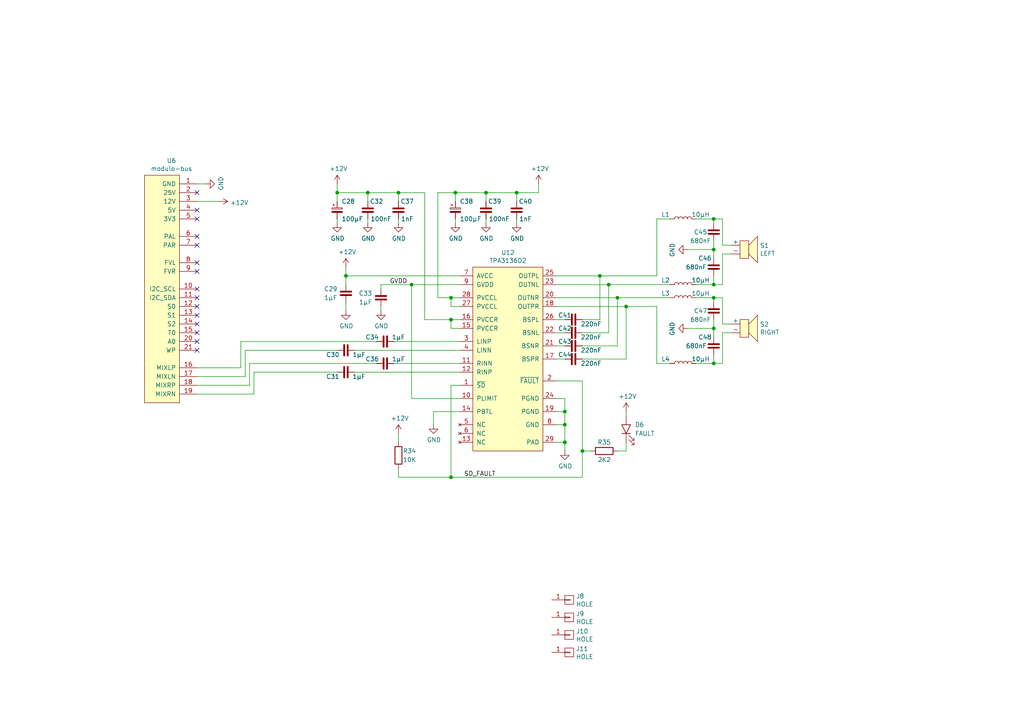
<source format=kicad_sch>
(kicad_sch (version 20211123) (generator eeschema)

  (uuid 0c98809c-a692-42d0-93f2-681cf2e2d1a0)

  (paper "A4")

  (lib_symbols
    (symbol "myAmp:C" (pin_numbers hide) (pin_names (offset 0.254)) (in_bom yes) (on_board yes)
      (property "Reference" "C" (id 0) (at 0.635 2.54 0)
        (effects (font (size 1.27 1.27)) (justify left))
      )
      (property "Value" "C" (id 1) (at 0.635 -2.54 0)
        (effects (font (size 1.27 1.27)) (justify left))
      )
      (property "Footprint" "" (id 2) (at 0.9652 -3.81 0)
        (effects (font (size 1.27 1.27)) hide)
      )
      (property "Datasheet" "" (id 3) (at 0 0 0)
        (effects (font (size 1.27 1.27)) hide)
      )
      (symbol "C_0_1"
        (polyline
          (pts
            (xy -1.524 -0.508)
            (xy 1.524 -0.508)
          )
          (stroke (width 0.508) (type default) (color 0 0 0 0))
          (fill (type none))
        )
        (polyline
          (pts
            (xy -1.524 0.508)
            (xy 1.524 0.508)
          )
          (stroke (width 0.508) (type default) (color 0 0 0 0))
          (fill (type none))
        )
      )
      (symbol "C_1_1"
        (pin passive line (at 0 2.54 270) (length 1.778)
          (name "~" (effects (font (size 1.27 1.27))))
          (number "1" (effects (font (size 1.27 1.27))))
        )
        (pin passive line (at 0 -2.54 90) (length 1.778)
          (name "~" (effects (font (size 1.27 1.27))))
          (number "2" (effects (font (size 1.27 1.27))))
        )
      )
    )
    (symbol "myAmp:CPOL" (pin_numbers hide) (pin_names (offset 0.254) hide) (in_bom yes) (on_board yes)
      (property "Reference" "C" (id 0) (at 0.254 1.778 0)
        (effects (font (size 1.27 1.27)) (justify left))
      )
      (property "Value" "CPOL" (id 1) (at 0.254 -2.032 0)
        (effects (font (size 1.27 1.27)) (justify left))
      )
      (property "Footprint" "" (id 2) (at 0 0 0)
        (effects (font (size 1.27 1.27)) hide)
      )
      (property "Datasheet" "" (id 3) (at 0 0 0)
        (effects (font (size 1.27 1.27)) hide)
      )
      (symbol "CPOL_0_1"
        (rectangle (start -1.524 -0.3048) (end 1.524 -0.6858)
          (stroke (width 0) (type default) (color 0 0 0 0))
          (fill (type outline))
        )
        (rectangle (start -1.524 0.6858) (end 1.524 0.3048)
          (stroke (width 0) (type default) (color 0 0 0 0))
          (fill (type none))
        )
        (polyline
          (pts
            (xy -1.27 1.524)
            (xy -0.762 1.524)
          )
          (stroke (width 0) (type default) (color 0 0 0 0))
          (fill (type none))
        )
        (polyline
          (pts
            (xy -1.016 1.27)
            (xy -1.016 1.778)
          )
          (stroke (width 0) (type default) (color 0 0 0 0))
          (fill (type none))
        )
      )
      (symbol "CPOL_1_1"
        (pin passive line (at 0 2.54 270) (length 1.8542)
          (name "~" (effects (font (size 1.27 1.27))))
          (number "1" (effects (font (size 1.27 1.27))))
        )
        (pin passive line (at 0 -2.54 90) (length 1.8542)
          (name "~" (effects (font (size 1.27 1.27))))
          (number "2" (effects (font (size 1.27 1.27))))
        )
      )
    )
    (symbol "myAmp:HOLE" (pin_names (offset 1.016) hide) (in_bom yes) (on_board yes)
      (property "Reference" "J" (id 0) (at 0 2.54 0)
        (effects (font (size 1.27 1.27)))
      )
      (property "Value" "HOLE" (id 1) (at 2.54 0 90)
        (effects (font (size 1.27 1.27)))
      )
      (property "Footprint" "" (id 2) (at 0 0 0)
        (effects (font (size 1.27 1.27)) hide)
      )
      (property "Datasheet" "" (id 3) (at 0 0 0)
        (effects (font (size 1.27 1.27)) hide)
      )
      (symbol "HOLE_0_1"
        (rectangle (start -1.27 0.127) (end 0.254 -0.127)
          (stroke (width 0) (type default) (color 0 0 0 0))
          (fill (type none))
        )
        (rectangle (start -1.27 1.27) (end 1.27 -1.27)
          (stroke (width 0) (type default) (color 0 0 0 0))
          (fill (type none))
        )
      )
      (symbol "HOLE_1_1"
        (pin passive line (at -5.08 0 0) (length 3.81)
          (name "P1" (effects (font (size 1.27 1.27))))
          (number "1" (effects (font (size 1.27 1.27))))
        )
      )
    )
    (symbol "myAmp:L" (pin_numbers hide) (pin_names (offset 1.016) hide) (in_bom yes) (on_board yes)
      (property "Reference" "L" (id 0) (at -1.27 0 90)
        (effects (font (size 1.27 1.27)))
      )
      (property "Value" "L" (id 1) (at 1.905 0 90)
        (effects (font (size 1.27 1.27)))
      )
      (property "Footprint" "" (id 2) (at 0 0 0)
        (effects (font (size 1.27 1.27)) hide)
      )
      (property "Datasheet" "" (id 3) (at 0 0 0)
        (effects (font (size 1.27 1.27)) hide)
      )
      (property "ki_fp_filters" "Choke_* *Coil* Inductor_* L_*" (id 4) (at 0 0 0)
        (effects (font (size 1.27 1.27)) hide)
      )
      (symbol "L_0_1"
        (arc (start 0 -2.54) (mid 0.635 -1.905) (end 0 -1.27)
          (stroke (width 0) (type default) (color 0 0 0 0))
          (fill (type none))
        )
        (arc (start 0 -1.27) (mid 0.635 -0.635) (end 0 0)
          (stroke (width 0) (type default) (color 0 0 0 0))
          (fill (type none))
        )
        (arc (start 0 0) (mid 0.635 0.635) (end 0 1.27)
          (stroke (width 0) (type default) (color 0 0 0 0))
          (fill (type none))
        )
        (arc (start 0 1.27) (mid 0.635 1.905) (end 0 2.54)
          (stroke (width 0) (type default) (color 0 0 0 0))
          (fill (type none))
        )
      )
      (symbol "L_1_1"
        (pin passive line (at 0 3.81 270) (length 1.27)
          (name "1" (effects (font (size 1.27 1.27))))
          (number "1" (effects (font (size 1.27 1.27))))
        )
        (pin passive line (at 0 -3.81 90) (length 1.27)
          (name "2" (effects (font (size 1.27 1.27))))
          (number "2" (effects (font (size 1.27 1.27))))
        )
      )
    )
    (symbol "myAmp:LED" (pin_numbers hide) (pin_names (offset 1.016) hide) (in_bom yes) (on_board yes)
      (property "Reference" "D" (id 0) (at 0 2.54 0)
        (effects (font (size 1.27 1.27)))
      )
      (property "Value" "LED" (id 1) (at 0 -2.54 0)
        (effects (font (size 1.27 1.27)))
      )
      (property "Footprint" "" (id 2) (at 0 0 0)
        (effects (font (size 1.27 1.27)) hide)
      )
      (property "Datasheet" "" (id 3) (at 0 0 0)
        (effects (font (size 1.27 1.27)) hide)
      )
      (property "ki_fp_filters" "LED* LED_SMD:* LED_THT:*" (id 4) (at 0 0 0)
        (effects (font (size 1.27 1.27)) hide)
      )
      (symbol "LED_0_1"
        (polyline
          (pts
            (xy -1.27 -1.27)
            (xy -1.27 1.27)
          )
          (stroke (width 0.2032) (type default) (color 0 0 0 0))
          (fill (type none))
        )
        (polyline
          (pts
            (xy 1.27 -1.27)
            (xy 1.27 1.27)
            (xy -1.27 0)
            (xy 1.27 -1.27)
          )
          (stroke (width 0.2032) (type default) (color 0 0 0 0))
          (fill (type none))
        )
        (polyline
          (pts
            (xy -3.048 -0.762)
            (xy -4.572 -2.286)
            (xy -3.81 -2.286)
            (xy -4.572 -2.286)
            (xy -4.572 -1.524)
          )
          (stroke (width 0) (type default) (color 0 0 0 0))
          (fill (type none))
        )
        (polyline
          (pts
            (xy -1.778 -0.762)
            (xy -3.302 -2.286)
            (xy -2.54 -2.286)
            (xy -3.302 -2.286)
            (xy -3.302 -1.524)
          )
          (stroke (width 0) (type default) (color 0 0 0 0))
          (fill (type none))
        )
      )
      (symbol "LED_1_1"
        (pin passive line (at -3.81 0 0) (length 2.54)
          (name "K" (effects (font (size 1.27 1.27))))
          (number "1" (effects (font (size 1.27 1.27))))
        )
        (pin passive line (at 3.81 0 180) (length 2.54)
          (name "A" (effects (font (size 1.27 1.27))))
          (number "2" (effects (font (size 1.27 1.27))))
        )
      )
    )
    (symbol "myAmp:R" (pin_numbers hide) (pin_names (offset 0)) (in_bom yes) (on_board yes)
      (property "Reference" "R" (id 0) (at 2.032 0 90)
        (effects (font (size 1.27 1.27)))
      )
      (property "Value" "R" (id 1) (at 0 0 90)
        (effects (font (size 1.27 1.27)))
      )
      (property "Footprint" "" (id 2) (at -1.778 0 90)
        (effects (font (size 1.27 1.27)) hide)
      )
      (property "Datasheet" "" (id 3) (at 0 0 0)
        (effects (font (size 1.27 1.27)) hide)
      )
      (property "ki_fp_filters" "R_*" (id 4) (at 0 0 0)
        (effects (font (size 1.27 1.27)) hide)
      )
      (symbol "R_0_1"
        (rectangle (start -1.016 -2.54) (end 1.016 2.54)
          (stroke (width 0.254) (type default) (color 0 0 0 0))
          (fill (type none))
        )
      )
      (symbol "R_1_1"
        (pin passive line (at 0 3.81 270) (length 1.27)
          (name "~" (effects (font (size 1.27 1.27))))
          (number "1" (effects (font (size 1.27 1.27))))
        )
        (pin passive line (at 0 -3.81 90) (length 1.27)
          (name "~" (effects (font (size 1.27 1.27))))
          (number "2" (effects (font (size 1.27 1.27))))
        )
      )
    )
    (symbol "myAmp:SPK" (pin_numbers hide) (pin_names (offset 0)) (in_bom yes) (on_board yes)
      (property "Reference" "S" (id 0) (at 0 3.81 0)
        (effects (font (size 1.27 1.27)))
      )
      (property "Value" "SPK" (id 1) (at 0 -3.81 0)
        (effects (font (size 1.27 1.27)))
      )
      (property "Footprint" "" (id 2) (at 0 0 0)
        (effects (font (size 1.27 1.27)))
      )
      (property "Datasheet" "" (id 3) (at 0 0 0)
        (effects (font (size 1.27 1.27)))
      )
      (property "ki_fp_filters" "Pin_Header_Straight_1X02 Pin_Header_Angled_1X02 Socket_Strip_Straight_1X02 Socket_Strip_Angled_1X02" (id 4) (at 0 0 0)
        (effects (font (size 1.27 1.27)) hide)
      )
      (symbol "SPK_0_1"
        (rectangle (start -1.27 2.54) (end 1.27 -2.54)
          (stroke (width 0) (type default) (color 0 0 0 0))
          (fill (type background))
        )
        (polyline
          (pts
            (xy 1.27 1.27)
            (xy 3.81 3.81)
            (xy 3.81 -3.81)
            (xy 1.27 -1.27)
          )
          (stroke (width 0) (type default) (color 0 0 0 0))
          (fill (type background))
        )
      )
      (symbol "SPK_1_1"
        (pin passive line (at -3.81 1.27 0) (length 2.54)
          (name "+" (effects (font (size 1.27 1.27))))
          (number "1" (effects (font (size 1.27 1.27))))
        )
        (pin passive line (at -3.81 -1.27 0) (length 2.54)
          (name "-" (effects (font (size 1.27 1.27))))
          (number "2" (effects (font (size 1.27 1.27))))
        )
      )
    )
    (symbol "myAmp:TPA3136D2" (pin_names (offset 1.016)) (in_bom yes) (on_board yes)
      (property "Reference" "U" (id 0) (at 0 27.94 0)
        (effects (font (size 1.27 1.27)))
      )
      (property "Value" "TPA3136D2" (id 1) (at 0 -27.94 0)
        (effects (font (size 1.27 1.27)))
      )
      (property "Footprint" "" (id 2) (at -6.35 7.62 0)
        (effects (font (size 1.27 1.27)) hide)
      )
      (property "Datasheet" "" (id 3) (at -6.35 7.62 0)
        (effects (font (size 1.27 1.27)) hide)
      )
      (symbol "TPA3136D2_0_1"
        (rectangle (start -10.16 26.67) (end 10.16 -26.67)
          (stroke (width 0) (type default) (color 0 0 0 0))
          (fill (type background))
        )
      )
      (symbol "TPA3136D2_1_1"
        (pin input line (at -13.97 -7.62 0) (length 3.81)
          (name "~{SD}" (effects (font (size 1.27 1.27))))
          (number "1" (effects (font (size 1.27 1.27))))
        )
        (pin input line (at -13.97 -11.43 0) (length 3.81)
          (name "PLIMIT" (effects (font (size 1.27 1.27))))
          (number "10" (effects (font (size 1.27 1.27))))
        )
        (pin input line (at -13.97 -1.27 0) (length 3.81)
          (name "RINN" (effects (font (size 1.27 1.27))))
          (number "11" (effects (font (size 1.27 1.27))))
        )
        (pin input line (at -13.97 -3.81 0) (length 3.81)
          (name "RINP" (effects (font (size 1.27 1.27))))
          (number "12" (effects (font (size 1.27 1.27))))
        )
        (pin no_connect line (at -13.97 -24.13 0) (length 3.81)
          (name "NC" (effects (font (size 1.27 1.27))))
          (number "13" (effects (font (size 1.27 1.27))))
        )
        (pin input line (at -13.97 -15.24 0) (length 3.81)
          (name "PBTL" (effects (font (size 1.27 1.27))))
          (number "14" (effects (font (size 1.27 1.27))))
        )
        (pin power_in line (at -13.97 8.89 0) (length 3.81)
          (name "PVCCR" (effects (font (size 1.27 1.27))))
          (number "15" (effects (font (size 1.27 1.27))))
        )
        (pin power_in line (at -13.97 11.43 0) (length 3.81)
          (name "PVCCR" (effects (font (size 1.27 1.27))))
          (number "16" (effects (font (size 1.27 1.27))))
        )
        (pin bidirectional line (at 13.97 0 180) (length 3.81)
          (name "BSPR" (effects (font (size 1.27 1.27))))
          (number "17" (effects (font (size 1.27 1.27))))
        )
        (pin output line (at 13.97 15.24 180) (length 3.81)
          (name "OUTPR" (effects (font (size 1.27 1.27))))
          (number "18" (effects (font (size 1.27 1.27))))
        )
        (pin power_in line (at 13.97 -15.24 180) (length 3.81)
          (name "PGND" (effects (font (size 1.27 1.27))))
          (number "19" (effects (font (size 1.27 1.27))))
        )
        (pin output line (at 13.97 -6.35 180) (length 3.81)
          (name "~{FAULT}" (effects (font (size 1.27 1.27))))
          (number "2" (effects (font (size 1.27 1.27))))
        )
        (pin output line (at 13.97 17.78 180) (length 3.81)
          (name "OUTNR" (effects (font (size 1.27 1.27))))
          (number "20" (effects (font (size 1.27 1.27))))
        )
        (pin bidirectional line (at 13.97 3.81 180) (length 3.81)
          (name "BSNR" (effects (font (size 1.27 1.27))))
          (number "21" (effects (font (size 1.27 1.27))))
        )
        (pin bidirectional line (at 13.97 7.62 180) (length 3.81)
          (name "BSNL" (effects (font (size 1.27 1.27))))
          (number "22" (effects (font (size 1.27 1.27))))
        )
        (pin output line (at 13.97 21.59 180) (length 3.81)
          (name "OUTNL" (effects (font (size 1.27 1.27))))
          (number "23" (effects (font (size 1.27 1.27))))
        )
        (pin power_in line (at 13.97 -11.43 180) (length 3.81)
          (name "PGND" (effects (font (size 1.27 1.27))))
          (number "24" (effects (font (size 1.27 1.27))))
        )
        (pin output line (at 13.97 24.13 180) (length 3.81)
          (name "OUTPL" (effects (font (size 1.27 1.27))))
          (number "25" (effects (font (size 1.27 1.27))))
        )
        (pin bidirectional line (at 13.97 11.43 180) (length 3.81)
          (name "BSPL" (effects (font (size 1.27 1.27))))
          (number "26" (effects (font (size 1.27 1.27))))
        )
        (pin power_in line (at -13.97 15.24 0) (length 3.81)
          (name "PVCCL" (effects (font (size 1.27 1.27))))
          (number "27" (effects (font (size 1.27 1.27))))
        )
        (pin power_in line (at -13.97 17.78 0) (length 3.81)
          (name "PVCCL" (effects (font (size 1.27 1.27))))
          (number "28" (effects (font (size 1.27 1.27))))
        )
        (pin power_in line (at 13.97 -24.13 180) (length 3.81)
          (name "PAD" (effects (font (size 1.27 1.27))))
          (number "29" (effects (font (size 1.27 1.27))))
        )
        (pin input line (at -13.97 5.08 0) (length 3.81)
          (name "LINP" (effects (font (size 1.27 1.27))))
          (number "3" (effects (font (size 1.27 1.27))))
        )
        (pin input line (at -13.97 2.54 0) (length 3.81)
          (name "LINN" (effects (font (size 1.27 1.27))))
          (number "4" (effects (font (size 1.27 1.27))))
        )
        (pin no_connect line (at -13.97 -19.05 0) (length 3.81)
          (name "NC" (effects (font (size 1.27 1.27))))
          (number "5" (effects (font (size 1.27 1.27))))
        )
        (pin no_connect line (at -13.97 -21.59 0) (length 3.81)
          (name "NC" (effects (font (size 1.27 1.27))))
          (number "6" (effects (font (size 1.27 1.27))))
        )
        (pin power_in line (at -13.97 24.13 0) (length 3.81)
          (name "AVCC" (effects (font (size 1.27 1.27))))
          (number "7" (effects (font (size 1.27 1.27))))
        )
        (pin power_in line (at 13.97 -19.05 180) (length 3.81)
          (name "GND" (effects (font (size 1.27 1.27))))
          (number "8" (effects (font (size 1.27 1.27))))
        )
        (pin power_in line (at -13.97 21.59 0) (length 3.81)
          (name "GVDD" (effects (font (size 1.27 1.27))))
          (number "9" (effects (font (size 1.27 1.27))))
        )
      )
    )
    (symbol "myAmp:modulo-bus" (pin_names (offset 1.016)) (in_bom yes) (on_board yes)
      (property "Reference" "U" (id 0) (at 1.27 30.48 0)
        (effects (font (size 1.27 1.27)))
      )
      (property "Value" "modulo-bus" (id 1) (at 1.27 -38.1 0)
        (effects (font (size 1.27 1.27)))
      )
      (property "Footprint" "myAmp:modulo-bus" (id 2) (at 5.08 17.78 90)
        (effects (font (size 1.27 1.27)) hide)
      )
      (property "Datasheet" "" (id 3) (at -8.89 13.97 0)
        (effects (font (size 1.27 1.27)) hide)
      )
      (symbol "modulo-bus_0_1"
        (rectangle (start -3.81 29.21) (end 6.35 -36.83)
          (stroke (width 0) (type default) (color 0 0 0 0))
          (fill (type background))
        )
      )
      (symbol "modulo-bus_1_1"
        (pin input line (at -8.89 26.67 0) (length 5.08)
          (name "GND" (effects (font (size 1.27 1.27))))
          (number "1" (effects (font (size 1.27 1.27))))
        )
        (pin input line (at -8.89 -3.81 0) (length 5.08)
          (name "I2C_SCL" (effects (font (size 1.27 1.27))))
          (number "10" (effects (font (size 1.27 1.27))))
        )
        (pin input line (at -8.89 -6.35 0) (length 5.08)
          (name "I2C_SDA" (effects (font (size 1.27 1.27))))
          (number "11" (effects (font (size 1.27 1.27))))
        )
        (pin input line (at -8.89 -8.89 0) (length 5.08)
          (name "S0" (effects (font (size 1.27 1.27))))
          (number "12" (effects (font (size 1.27 1.27))))
        )
        (pin input line (at -8.89 -11.43 0) (length 5.08)
          (name "S1" (effects (font (size 1.27 1.27))))
          (number "13" (effects (font (size 1.27 1.27))))
        )
        (pin input line (at -8.89 -13.97 0) (length 5.08)
          (name "S2" (effects (font (size 1.27 1.27))))
          (number "14" (effects (font (size 1.27 1.27))))
        )
        (pin input line (at -8.89 -16.51 0) (length 5.08)
          (name "T0" (effects (font (size 1.27 1.27))))
          (number "15" (effects (font (size 1.27 1.27))))
        )
        (pin input line (at -8.89 -26.67 0) (length 5.08)
          (name "MIXLP" (effects (font (size 1.27 1.27))))
          (number "16" (effects (font (size 1.27 1.27))))
        )
        (pin input line (at -8.89 -29.21 0) (length 5.08)
          (name "MIXLN" (effects (font (size 1.27 1.27))))
          (number "17" (effects (font (size 1.27 1.27))))
        )
        (pin input line (at -8.89 -31.75 0) (length 5.08)
          (name "MIXRP" (effects (font (size 1.27 1.27))))
          (number "18" (effects (font (size 1.27 1.27))))
        )
        (pin input line (at -8.89 -34.29 0) (length 5.08)
          (name "MIXRN" (effects (font (size 1.27 1.27))))
          (number "19" (effects (font (size 1.27 1.27))))
        )
        (pin input line (at -8.89 24.13 0) (length 5.08)
          (name "25V" (effects (font (size 1.27 1.27))))
          (number "2" (effects (font (size 1.27 1.27))))
        )
        (pin input line (at -8.89 -19.05 0) (length 5.08)
          (name "A0" (effects (font (size 1.27 1.27))))
          (number "20" (effects (font (size 1.27 1.27))))
        )
        (pin input line (at -8.89 -21.59 0) (length 5.08)
          (name "WP" (effects (font (size 1.27 1.27))))
          (number "21" (effects (font (size 1.27 1.27))))
        )
        (pin input line (at -8.89 21.59 0) (length 5.08)
          (name "12V" (effects (font (size 1.27 1.27))))
          (number "3" (effects (font (size 1.27 1.27))))
        )
        (pin input line (at -8.89 19.05 0) (length 5.08)
          (name "5V" (effects (font (size 1.27 1.27))))
          (number "4" (effects (font (size 1.27 1.27))))
        )
        (pin input line (at -8.89 16.51 0) (length 5.08)
          (name "3V3" (effects (font (size 1.27 1.27))))
          (number "5" (effects (font (size 1.27 1.27))))
        )
        (pin input line (at -8.89 11.43 0) (length 5.08)
          (name "PAL" (effects (font (size 1.27 1.27))))
          (number "6" (effects (font (size 1.27 1.27))))
        )
        (pin input line (at -8.89 8.89 0) (length 5.08)
          (name "PAR" (effects (font (size 1.27 1.27))))
          (number "7" (effects (font (size 1.27 1.27))))
        )
        (pin input line (at -8.89 3.81 0) (length 5.08)
          (name "FVL" (effects (font (size 1.27 1.27))))
          (number "8" (effects (font (size 1.27 1.27))))
        )
        (pin input line (at -8.89 1.27 0) (length 5.08)
          (name "FVR" (effects (font (size 1.27 1.27))))
          (number "9" (effects (font (size 1.27 1.27))))
        )
      )
    )
    (symbol "power:+12V" (power) (pin_names (offset 0)) (in_bom yes) (on_board yes)
      (property "Reference" "#PWR" (id 0) (at 0 -3.81 0)
        (effects (font (size 1.27 1.27)) hide)
      )
      (property "Value" "+12V" (id 1) (at 0 3.556 0)
        (effects (font (size 1.27 1.27)))
      )
      (property "Footprint" "" (id 2) (at 0 0 0)
        (effects (font (size 1.27 1.27)) hide)
      )
      (property "Datasheet" "" (id 3) (at 0 0 0)
        (effects (font (size 1.27 1.27)) hide)
      )
      (property "ki_keywords" "power-flag" (id 4) (at 0 0 0)
        (effects (font (size 1.27 1.27)) hide)
      )
      (property "ki_description" "Power symbol creates a global label with name \"+12V\"" (id 5) (at 0 0 0)
        (effects (font (size 1.27 1.27)) hide)
      )
      (symbol "+12V_0_1"
        (polyline
          (pts
            (xy -0.762 1.27)
            (xy 0 2.54)
          )
          (stroke (width 0) (type default) (color 0 0 0 0))
          (fill (type none))
        )
        (polyline
          (pts
            (xy 0 0)
            (xy 0 2.54)
          )
          (stroke (width 0) (type default) (color 0 0 0 0))
          (fill (type none))
        )
        (polyline
          (pts
            (xy 0 2.54)
            (xy 0.762 1.27)
          )
          (stroke (width 0) (type default) (color 0 0 0 0))
          (fill (type none))
        )
      )
      (symbol "+12V_1_1"
        (pin power_in line (at 0 0 90) (length 0) hide
          (name "+12V" (effects (font (size 1.27 1.27))))
          (number "1" (effects (font (size 1.27 1.27))))
        )
      )
    )
    (symbol "power:GND" (power) (pin_names (offset 0)) (in_bom yes) (on_board yes)
      (property "Reference" "#PWR" (id 0) (at 0 -6.35 0)
        (effects (font (size 1.27 1.27)) hide)
      )
      (property "Value" "GND" (id 1) (at 0 -3.81 0)
        (effects (font (size 1.27 1.27)))
      )
      (property "Footprint" "" (id 2) (at 0 0 0)
        (effects (font (size 1.27 1.27)) hide)
      )
      (property "Datasheet" "" (id 3) (at 0 0 0)
        (effects (font (size 1.27 1.27)) hide)
      )
      (property "ki_keywords" "power-flag" (id 4) (at 0 0 0)
        (effects (font (size 1.27 1.27)) hide)
      )
      (property "ki_description" "Power symbol creates a global label with name \"GND\" , ground" (id 5) (at 0 0 0)
        (effects (font (size 1.27 1.27)) hide)
      )
      (symbol "GND_0_1"
        (polyline
          (pts
            (xy 0 0)
            (xy 0 -1.27)
            (xy 1.27 -1.27)
            (xy 0 -2.54)
            (xy -1.27 -1.27)
            (xy 0 -1.27)
          )
          (stroke (width 0) (type default) (color 0 0 0 0))
          (fill (type none))
        )
      )
      (symbol "GND_1_1"
        (pin power_in line (at 0 0 270) (length 0) hide
          (name "GND" (effects (font (size 1.27 1.27))))
          (number "1" (effects (font (size 1.27 1.27))))
        )
      )
    )
  )

  (junction (at 140.97 55.88) (diameter 0) (color 0 0 0 0)
    (uuid 08d0cb0a-bf96-437f-b966-c2cf3d77a9d9)
  )
  (junction (at 207.01 82.55) (diameter 0) (color 0 0 0 0)
    (uuid 09a9be5c-e70c-48a2-85e3-f415320a9ec4)
  )
  (junction (at 130.81 92.71) (diameter 0) (color 0 0 0 0)
    (uuid 11c7caea-afa2-46e4-93dc-d94c4fd5d43e)
  )
  (junction (at 163.83 119.38) (diameter 0) (color 0 0 0 0)
    (uuid 22910cf2-891c-44a9-9f43-8ef3fc9e8206)
  )
  (junction (at 163.83 123.19) (diameter 0) (color 0 0 0 0)
    (uuid 2d33ac20-0cca-470c-aba8-3155761bcf8c)
  )
  (junction (at 106.68 55.88) (diameter 0) (color 0 0 0 0)
    (uuid 3b0f7bc7-8a80-4675-9db2-5385f502df30)
  )
  (junction (at 149.86 55.88) (diameter 0) (color 0 0 0 0)
    (uuid 3e229f74-0d6e-4e2c-8163-9a65e677d459)
  )
  (junction (at 119.38 82.55) (diameter 0) (color 0 0 0 0)
    (uuid 44eed970-a9fc-4aa2-8580-53ec48d3164f)
  )
  (junction (at 207.01 72.39) (diameter 0) (color 0 0 0 0)
    (uuid 498fa3fc-1a58-4235-b701-b903c311e3f6)
  )
  (junction (at 168.91 130.81) (diameter 0) (color 0 0 0 0)
    (uuid 54c19e9d-a3f7-4b53-b8ac-ff4830ed3a4c)
  )
  (junction (at 163.83 128.27) (diameter 0) (color 0 0 0 0)
    (uuid 54d608f8-0aaf-49f7-8ca3-39378bd8d950)
  )
  (junction (at 97.79 55.88) (diameter 0) (color 0 0 0 0)
    (uuid 58179256-a6f4-4564-ae5b-cdc826fe0a29)
  )
  (junction (at 132.08 55.88) (diameter 0) (color 0 0 0 0)
    (uuid 66bd5ba7-fef5-47ea-a32b-cc972466b527)
  )
  (junction (at 207.01 86.36) (diameter 0) (color 0 0 0 0)
    (uuid 67c46f8a-8ebb-479c-86bc-a810cd66bb92)
  )
  (junction (at 179.07 86.36) (diameter 0) (color 0 0 0 0)
    (uuid 75678f94-bc9c-4467-badd-51719f3ea0d5)
  )
  (junction (at 176.53 82.55) (diameter 0) (color 0 0 0 0)
    (uuid 8aed9946-fbec-4ad9-ad42-a12ea0775cda)
  )
  (junction (at 207.01 105.41) (diameter 0) (color 0 0 0 0)
    (uuid 9b85ccd6-b92f-447e-bba7-d9080e360992)
  )
  (junction (at 130.81 138.43) (diameter 0) (color 0 0 0 0)
    (uuid a51a620d-094b-4382-ad5b-e94776e053bd)
  )
  (junction (at 130.81 86.36) (diameter 0) (color 0 0 0 0)
    (uuid a9b57e81-8649-41fb-a077-c074bfcf37d6)
  )
  (junction (at 207.01 63.5) (diameter 0) (color 0 0 0 0)
    (uuid ac537724-722f-45ea-9509-055a6194d6e4)
  )
  (junction (at 173.99 80.01) (diameter 0) (color 0 0 0 0)
    (uuid b1405261-eb86-47b8-9253-a1825fbfdde1)
  )
  (junction (at 100.33 80.01) (diameter 0) (color 0 0 0 0)
    (uuid d5d8c012-24f8-42aa-b8fa-07dbf7136148)
  )
  (junction (at 207.01 95.25) (diameter 0) (color 0 0 0 0)
    (uuid d70a7364-0a41-4e7a-865e-7e54e5588b3d)
  )
  (junction (at 115.57 55.88) (diameter 0) (color 0 0 0 0)
    (uuid d77a1475-670e-4996-82de-b92a9e0b9b9d)
  )
  (junction (at 181.61 88.9) (diameter 0) (color 0 0 0 0)
    (uuid e6ac1aeb-a88f-44d3-a4fe-18586fc4d39d)
  )

  (no_connect (at 57.15 76.2) (uuid 1e241255-1934-468e-ba56-ec740a91e5f2))
  (no_connect (at 57.15 91.44) (uuid 3278ec01-4ed0-4b9c-9711-d1c404b877cd))
  (no_connect (at 57.15 88.9) (uuid 368ebe28-686c-40c8-b219-8295ca218c67))
  (no_connect (at 57.15 96.52) (uuid 53e66112-2768-4f87-a3a4-327d4bbba91b))
  (no_connect (at 57.15 78.74) (uuid 58ec4516-a1ab-4954-8f80-b0ba85beca82))
  (no_connect (at 57.15 99.06) (uuid 7dcf8ba3-e6a6-4797-a5fa-81a57fa73b0f))
  (no_connect (at 57.15 71.12) (uuid 8b69b160-8432-412c-b764-d1ff6f5faaf8))
  (no_connect (at 57.15 83.82) (uuid 93de166e-c098-4d36-9c23-0b735e0c402f))
  (no_connect (at 57.15 86.36) (uuid 983c63fc-d0ee-414d-9b93-84028ccad127))
  (no_connect (at 57.15 68.58) (uuid a899b179-b86c-45b0-8a6e-1c7aa4ee7e73))
  (no_connect (at 57.15 101.6) (uuid b69cb607-e721-4e82-932c-749619a5f51b))
  (no_connect (at 57.15 93.98) (uuid dc1439d3-176e-4c94-8794-1ebe8a1cb66d))
  (no_connect (at 57.15 55.88) (uuid e5e0bc31-aff6-411b-ab61-d56d9071460b))
  (no_connect (at 57.15 63.5) (uuid e5e79495-b4dc-46b0-953d-bf53907e0d7c))
  (no_connect (at 57.15 60.96) (uuid f8118613-992f-4072-a894-292c8912aecf))

  (wire (pts (xy 133.35 92.71) (xy 130.81 92.71))
    (stroke (width 0) (type default) (color 0 0 0 0))
    (uuid 020e0185-2bf8-4fce-9c76-8efb7a2dd513)
  )
  (wire (pts (xy 181.61 104.14) (xy 181.61 88.9))
    (stroke (width 0) (type default) (color 0 0 0 0))
    (uuid 02dbd44a-a974-4874-a0ea-ace65efee201)
  )
  (wire (pts (xy 212.09 73.66) (xy 209.55 73.66))
    (stroke (width 0) (type default) (color 0 0 0 0))
    (uuid 04b3fe2a-11af-4024-a311-4fc73599a98b)
  )
  (wire (pts (xy 100.33 77.47) (xy 100.33 80.01))
    (stroke (width 0) (type default) (color 0 0 0 0))
    (uuid 064fc4ee-d447-4559-baca-3d06449176e8)
  )
  (wire (pts (xy 209.55 63.5) (xy 209.55 71.12))
    (stroke (width 0) (type default) (color 0 0 0 0))
    (uuid 0700f9b0-7ffc-4bbe-92d5-92c9a763cdcc)
  )
  (wire (pts (xy 114.3 105.41) (xy 133.35 105.41))
    (stroke (width 0) (type default) (color 0 0 0 0))
    (uuid 0743ad70-c3aa-4d87-8b4e-cc5d52fb95d5)
  )
  (wire (pts (xy 176.53 96.52) (xy 176.53 82.55))
    (stroke (width 0) (type default) (color 0 0 0 0))
    (uuid 08c9fb3a-987c-44fb-95be-3a52bb335067)
  )
  (wire (pts (xy 72.39 111.76) (xy 57.15 111.76))
    (stroke (width 0) (type default) (color 0 0 0 0))
    (uuid 0f557538-0bf2-437d-a87f-f5319c042df8)
  )
  (wire (pts (xy 181.61 130.81) (xy 179.07 130.81))
    (stroke (width 0) (type default) (color 0 0 0 0))
    (uuid 12554e39-b7e9-4dde-b2ac-5bdee0a95112)
  )
  (wire (pts (xy 123.19 92.71) (xy 123.19 55.88))
    (stroke (width 0) (type default) (color 0 0 0 0))
    (uuid 14507bca-4484-41d9-8d39-6f25bec1afb8)
  )
  (wire (pts (xy 190.5 88.9) (xy 190.5 105.41))
    (stroke (width 0) (type default) (color 0 0 0 0))
    (uuid 1503e9e5-3d34-42eb-8dd9-49004567dd85)
  )
  (wire (pts (xy 97.79 101.6) (xy 71.12 101.6))
    (stroke (width 0) (type default) (color 0 0 0 0))
    (uuid 158bb94f-3490-4c8e-b4a3-1ca7bfd649dc)
  )
  (wire (pts (xy 109.22 105.41) (xy 72.39 105.41))
    (stroke (width 0) (type default) (color 0 0 0 0))
    (uuid 1711ae5f-ce0e-4a66-8a10-4ed3cd14ff01)
  )
  (wire (pts (xy 130.81 92.71) (xy 123.19 92.71))
    (stroke (width 0) (type default) (color 0 0 0 0))
    (uuid 185f41c2-7510-4470-948e-4d681cbfb31d)
  )
  (wire (pts (xy 163.83 123.19) (xy 163.83 128.27))
    (stroke (width 0) (type default) (color 0 0 0 0))
    (uuid 1a50378e-37c7-4e15-ae02-467873319cf4)
  )
  (wire (pts (xy 125.73 119.38) (xy 125.73 123.19))
    (stroke (width 0) (type default) (color 0 0 0 0))
    (uuid 1ad9d488-c5e8-4cde-8e90-084d46644ad2)
  )
  (wire (pts (xy 71.12 109.22) (xy 57.15 109.22))
    (stroke (width 0) (type default) (color 0 0 0 0))
    (uuid 1b7b242f-fb67-4deb-a0f9-568f61151c20)
  )
  (wire (pts (xy 100.33 80.01) (xy 100.33 82.55))
    (stroke (width 0) (type default) (color 0 0 0 0))
    (uuid 1c1e93c8-4588-40f4-bfc3-97272164156b)
  )
  (wire (pts (xy 115.57 138.43) (xy 130.81 138.43))
    (stroke (width 0) (type default) (color 0 0 0 0))
    (uuid 1c9edd80-85d9-4c0d-9cc6-2c3a113885ca)
  )
  (wire (pts (xy 207.01 72.39) (xy 199.39 72.39))
    (stroke (width 0) (type default) (color 0 0 0 0))
    (uuid 1f77e19d-e9a2-47dc-9090-a7adfe4813b9)
  )
  (wire (pts (xy 140.97 55.88) (xy 140.97 58.42))
    (stroke (width 0) (type default) (color 0 0 0 0))
    (uuid 1fcfe487-1632-44e2-b0c2-f98b23744293)
  )
  (wire (pts (xy 133.35 99.06) (xy 114.3 99.06))
    (stroke (width 0) (type default) (color 0 0 0 0))
    (uuid 25376085-331e-4dfa-8f24-4a8f1f7a65bf)
  )
  (wire (pts (xy 207.01 105.41) (xy 209.55 105.41))
    (stroke (width 0) (type default) (color 0 0 0 0))
    (uuid 263e5696-7107-45aa-997c-51b0e27b067d)
  )
  (wire (pts (xy 209.55 96.52) (xy 209.55 105.41))
    (stroke (width 0) (type default) (color 0 0 0 0))
    (uuid 2a0f1452-d65a-414e-b9de-6629cceb2995)
  )
  (wire (pts (xy 97.79 107.95) (xy 73.66 107.95))
    (stroke (width 0) (type default) (color 0 0 0 0))
    (uuid 2b210e7c-9bd1-420d-830d-76de98601db9)
  )
  (wire (pts (xy 71.12 101.6) (xy 71.12 109.22))
    (stroke (width 0) (type default) (color 0 0 0 0))
    (uuid 2dc8a6e4-736f-4427-8361-884de6f5a80b)
  )
  (wire (pts (xy 73.66 107.95) (xy 73.66 114.3))
    (stroke (width 0) (type default) (color 0 0 0 0))
    (uuid 2f568f4d-c797-4b83-ae99-7c302d786987)
  )
  (wire (pts (xy 115.57 125.73) (xy 115.57 128.27))
    (stroke (width 0) (type default) (color 0 0 0 0))
    (uuid 33cfa548-2e35-4b37-a466-2bad8e5ae1ba)
  )
  (wire (pts (xy 168.91 96.52) (xy 176.53 96.52))
    (stroke (width 0) (type default) (color 0 0 0 0))
    (uuid 3869cd68-2179-440e-8615-471bacbde811)
  )
  (wire (pts (xy 69.85 99.06) (xy 69.85 106.68))
    (stroke (width 0) (type default) (color 0 0 0 0))
    (uuid 38a93a09-6a8b-4819-ac8e-9c6f13062e58)
  )
  (wire (pts (xy 190.5 63.5) (xy 194.31 63.5))
    (stroke (width 0) (type default) (color 0 0 0 0))
    (uuid 3ba273b9-26e1-49e8-8a69-79bbf9c9fb99)
  )
  (wire (pts (xy 127 86.36) (xy 127 55.88))
    (stroke (width 0) (type default) (color 0 0 0 0))
    (uuid 3c366a71-f7c8-4705-a28c-1a6b708315a6)
  )
  (wire (pts (xy 168.91 100.33) (xy 179.07 100.33))
    (stroke (width 0) (type default) (color 0 0 0 0))
    (uuid 4001bfeb-6931-41ed-964c-6ab4ad04afff)
  )
  (wire (pts (xy 161.29 100.33) (xy 163.83 100.33))
    (stroke (width 0) (type default) (color 0 0 0 0))
    (uuid 47213530-5816-42da-b258-ffdb890158f8)
  )
  (wire (pts (xy 207.01 63.5) (xy 207.01 64.77))
    (stroke (width 0) (type default) (color 0 0 0 0))
    (uuid 4a47bc59-3d4b-4b33-b46f-3bf020b4d9be)
  )
  (wire (pts (xy 115.57 135.89) (xy 115.57 138.43))
    (stroke (width 0) (type default) (color 0 0 0 0))
    (uuid 4a734e8c-369c-4bb8-b786-a974b034cd31)
  )
  (wire (pts (xy 179.07 100.33) (xy 179.07 86.36))
    (stroke (width 0) (type default) (color 0 0 0 0))
    (uuid 4db0010a-0a7a-4b84-908a-9852e2bca467)
  )
  (wire (pts (xy 133.35 115.57) (xy 119.38 115.57))
    (stroke (width 0) (type default) (color 0 0 0 0))
    (uuid 518cc0fe-fa58-4dae-a1ef-bcd050c28ec2)
  )
  (wire (pts (xy 59.69 53.34) (xy 57.15 53.34))
    (stroke (width 0) (type default) (color 0 0 0 0))
    (uuid 530ea5dd-2214-47e4-9d8d-bdc5ea3c7e8b)
  )
  (wire (pts (xy 163.83 128.27) (xy 163.83 130.81))
    (stroke (width 0) (type default) (color 0 0 0 0))
    (uuid 535aba43-dbb5-4f90-b80e-7eeff0326627)
  )
  (wire (pts (xy 133.35 111.76) (xy 130.81 111.76))
    (stroke (width 0) (type default) (color 0 0 0 0))
    (uuid 5579072c-f9d9-448e-b0c2-147f20cc58c8)
  )
  (wire (pts (xy 106.68 55.88) (xy 106.68 58.42))
    (stroke (width 0) (type default) (color 0 0 0 0))
    (uuid 55c0bea1-3517-4222-b109-4abebf6fdcd1)
  )
  (wire (pts (xy 115.57 55.88) (xy 115.57 58.42))
    (stroke (width 0) (type default) (color 0 0 0 0))
    (uuid 5e31b75c-7539-48bc-9313-3ce6611e0cb9)
  )
  (wire (pts (xy 168.91 130.81) (xy 168.91 110.49))
    (stroke (width 0) (type default) (color 0 0 0 0))
    (uuid 5fc0c83c-d5ba-486c-becb-4dfeff9996e6)
  )
  (wire (pts (xy 181.61 128.27) (xy 181.61 130.81))
    (stroke (width 0) (type default) (color 0 0 0 0))
    (uuid 606d594a-f2cc-4e24-84a3-60167f8c60e8)
  )
  (wire (pts (xy 133.35 86.36) (xy 130.81 86.36))
    (stroke (width 0) (type default) (color 0 0 0 0))
    (uuid 610252ed-7b0f-4d11-b8dc-aeb617cf8b56)
  )
  (wire (pts (xy 173.99 92.71) (xy 173.99 80.01))
    (stroke (width 0) (type default) (color 0 0 0 0))
    (uuid 6b09e1b4-d83d-4f64-9052-a3be881114a4)
  )
  (wire (pts (xy 102.87 101.6) (xy 133.35 101.6))
    (stroke (width 0) (type default) (color 0 0 0 0))
    (uuid 6bf5e8eb-0fdf-4a95-a48c-aaf666c9a265)
  )
  (wire (pts (xy 110.49 82.55) (xy 110.49 83.82))
    (stroke (width 0) (type default) (color 0 0 0 0))
    (uuid 6cebb2af-5fdc-4ed2-9418-7a7f26098578)
  )
  (wire (pts (xy 207.01 95.25) (xy 199.39 95.25))
    (stroke (width 0) (type default) (color 0 0 0 0))
    (uuid 6d06ac8a-1eaa-4729-8e1b-f5f986af5b4a)
  )
  (wire (pts (xy 97.79 55.88) (xy 97.79 58.42))
    (stroke (width 0) (type default) (color 0 0 0 0))
    (uuid 6f44f517-da48-4cfd-86fc-e629ca7208ab)
  )
  (wire (pts (xy 161.29 104.14) (xy 163.83 104.14))
    (stroke (width 0) (type default) (color 0 0 0 0))
    (uuid 6f61b7f1-6f97-449d-9855-231f77064329)
  )
  (wire (pts (xy 176.53 82.55) (xy 194.31 82.55))
    (stroke (width 0) (type default) (color 0 0 0 0))
    (uuid 702a88a3-43ee-4616-860f-1d168f9ca33a)
  )
  (wire (pts (xy 168.91 92.71) (xy 173.99 92.71))
    (stroke (width 0) (type default) (color 0 0 0 0))
    (uuid 71f18bbc-30c3-4a1b-b186-2a032053c781)
  )
  (wire (pts (xy 161.29 80.01) (xy 173.99 80.01))
    (stroke (width 0) (type default) (color 0 0 0 0))
    (uuid 72e50c6a-bd2b-46f6-a8a2-af4912f3bbfd)
  )
  (wire (pts (xy 130.81 111.76) (xy 130.81 138.43))
    (stroke (width 0) (type default) (color 0 0 0 0))
    (uuid 74dd16c4-ca66-498b-a14c-e55dfff54709)
  )
  (wire (pts (xy 127 55.88) (xy 132.08 55.88))
    (stroke (width 0) (type default) (color 0 0 0 0))
    (uuid 77d698b3-5ad1-407b-896a-c996810fca37)
  )
  (wire (pts (xy 207.01 102.87) (xy 207.01 105.41))
    (stroke (width 0) (type default) (color 0 0 0 0))
    (uuid 79ea7022-1199-4a13-9852-38fce6a2edac)
  )
  (wire (pts (xy 168.91 104.14) (xy 181.61 104.14))
    (stroke (width 0) (type default) (color 0 0 0 0))
    (uuid 7ba22205-ba06-4852-a543-152b455e995b)
  )
  (wire (pts (xy 181.61 119.38) (xy 181.61 120.65))
    (stroke (width 0) (type default) (color 0 0 0 0))
    (uuid 7c3dba33-16ba-4e6d-a348-b708c4f025de)
  )
  (wire (pts (xy 190.5 80.01) (xy 190.5 63.5))
    (stroke (width 0) (type default) (color 0 0 0 0))
    (uuid 81702a78-7d0f-4d80-a531-635ca2b9b5c4)
  )
  (wire (pts (xy 161.29 115.57) (xy 163.83 115.57))
    (stroke (width 0) (type default) (color 0 0 0 0))
    (uuid 817a41a3-105e-40aa-855b-af56cbf4aa1f)
  )
  (wire (pts (xy 209.55 93.98) (xy 212.09 93.98))
    (stroke (width 0) (type default) (color 0 0 0 0))
    (uuid 844915b2-b6e7-4758-945e-f5b5342afdba)
  )
  (wire (pts (xy 100.33 87.63) (xy 100.33 90.17))
    (stroke (width 0) (type default) (color 0 0 0 0))
    (uuid 859fa990-074f-476f-a2b6-3459a533bc62)
  )
  (wire (pts (xy 171.45 130.81) (xy 168.91 130.81))
    (stroke (width 0) (type default) (color 0 0 0 0))
    (uuid 877348bf-6cf6-43c4-9303-cd1658e2cafa)
  )
  (wire (pts (xy 133.35 80.01) (xy 100.33 80.01))
    (stroke (width 0) (type default) (color 0 0 0 0))
    (uuid 8e44d28a-a092-48bf-81b3-e4844a145186)
  )
  (wire (pts (xy 173.99 80.01) (xy 190.5 80.01))
    (stroke (width 0) (type default) (color 0 0 0 0))
    (uuid 901557b7-758d-4a62-b40d-83d5ef94fecf)
  )
  (wire (pts (xy 140.97 63.5) (xy 140.97 64.77))
    (stroke (width 0) (type default) (color 0 0 0 0))
    (uuid 90b3f1d1-8667-4524-9263-02923128af3e)
  )
  (wire (pts (xy 190.5 105.41) (xy 194.31 105.41))
    (stroke (width 0) (type default) (color 0 0 0 0))
    (uuid 9189e55c-3f50-4101-8ec0-b008b5a37edd)
  )
  (wire (pts (xy 130.81 138.43) (xy 168.91 138.43))
    (stroke (width 0) (type default) (color 0 0 0 0))
    (uuid 956c6a94-8caa-405e-a287-d042fc6619ea)
  )
  (wire (pts (xy 133.35 119.38) (xy 125.73 119.38))
    (stroke (width 0) (type default) (color 0 0 0 0))
    (uuid 95a63bfa-f3e2-4ec2-a9fd-517188bf6aa7)
  )
  (wire (pts (xy 132.08 63.5) (xy 132.08 64.77))
    (stroke (width 0) (type default) (color 0 0 0 0))
    (uuid 96350637-206f-4883-998a-6fa09970844b)
  )
  (wire (pts (xy 115.57 63.5) (xy 115.57 64.77))
    (stroke (width 0) (type default) (color 0 0 0 0))
    (uuid 97c19afb-c7b6-4a1e-a30c-e82d4efef0dd)
  )
  (wire (pts (xy 201.93 105.41) (xy 207.01 105.41))
    (stroke (width 0) (type default) (color 0 0 0 0))
    (uuid 98a06312-78d5-435e-b18e-8e15658e8cd7)
  )
  (wire (pts (xy 161.29 123.19) (xy 163.83 123.19))
    (stroke (width 0) (type default) (color 0 0 0 0))
    (uuid 991f0149-2129-43f5-b512-8a3a239e334e)
  )
  (wire (pts (xy 207.01 82.55) (xy 209.55 82.55))
    (stroke (width 0) (type default) (color 0 0 0 0))
    (uuid 9a10553f-259c-4fdd-9a37-6477312d1262)
  )
  (wire (pts (xy 149.86 55.88) (xy 149.86 58.42))
    (stroke (width 0) (type default) (color 0 0 0 0))
    (uuid 9b4eee93-a724-4524-9be4-035b8a1e8e48)
  )
  (wire (pts (xy 130.81 95.25) (xy 133.35 95.25))
    (stroke (width 0) (type default) (color 0 0 0 0))
    (uuid 9bcea2cc-19cc-46f4-9d0e-eb393c4db32c)
  )
  (wire (pts (xy 97.79 63.5) (xy 97.79 64.77))
    (stroke (width 0) (type default) (color 0 0 0 0))
    (uuid 9d6e86ff-60a1-4e9d-9b3e-add4ac67b898)
  )
  (wire (pts (xy 207.01 95.25) (xy 207.01 97.79))
    (stroke (width 0) (type default) (color 0 0 0 0))
    (uuid 9ecd62a1-028b-4302-8a84-a4e34c950174)
  )
  (wire (pts (xy 209.55 73.66) (xy 209.55 82.55))
    (stroke (width 0) (type default) (color 0 0 0 0))
    (uuid 9f9b037b-a248-426c-ae3e-f105bd37f00a)
  )
  (wire (pts (xy 207.01 63.5) (xy 209.55 63.5))
    (stroke (width 0) (type default) (color 0 0 0 0))
    (uuid a2aa815a-8dc4-43b6-bc32-bb35c0f3d442)
  )
  (wire (pts (xy 106.68 63.5) (xy 106.68 64.77))
    (stroke (width 0) (type default) (color 0 0 0 0))
    (uuid a2c3fba0-71ad-480c-83c8-acc9360a30c9)
  )
  (wire (pts (xy 110.49 88.9) (xy 110.49 90.17))
    (stroke (width 0) (type default) (color 0 0 0 0))
    (uuid a5ff582b-ce26-4283-bbb8-59cb82cd23c0)
  )
  (wire (pts (xy 161.29 86.36) (xy 179.07 86.36))
    (stroke (width 0) (type default) (color 0 0 0 0))
    (uuid a9461d93-f1d1-4497-961f-3d8b4917a96e)
  )
  (wire (pts (xy 212.09 96.52) (xy 209.55 96.52))
    (stroke (width 0) (type default) (color 0 0 0 0))
    (uuid aa278a0d-9aaa-400e-a711-4ffb24eae2b6)
  )
  (wire (pts (xy 168.91 110.49) (xy 161.29 110.49))
    (stroke (width 0) (type default) (color 0 0 0 0))
    (uuid ad29f296-911e-4869-9e80-14be0f51c409)
  )
  (wire (pts (xy 209.55 71.12) (xy 212.09 71.12))
    (stroke (width 0) (type default) (color 0 0 0 0))
    (uuid b2d57885-8786-4dc3-b1c7-b1b397afb79f)
  )
  (wire (pts (xy 132.08 55.88) (xy 132.08 58.42))
    (stroke (width 0) (type default) (color 0 0 0 0))
    (uuid b2fd4e05-fcfd-404f-bedf-6477e76f5873)
  )
  (wire (pts (xy 163.83 115.57) (xy 163.83 119.38))
    (stroke (width 0) (type default) (color 0 0 0 0))
    (uuid b50a57ff-20dd-412f-afa2-2fe2bd76e71c)
  )
  (wire (pts (xy 106.68 55.88) (xy 115.57 55.88))
    (stroke (width 0) (type default) (color 0 0 0 0))
    (uuid b6412e58-f619-4808-aaaf-e60ca9120817)
  )
  (wire (pts (xy 201.93 63.5) (xy 207.01 63.5))
    (stroke (width 0) (type default) (color 0 0 0 0))
    (uuid b6a3aa8d-c6cc-4815-a7b5-09f3f0dc9b60)
  )
  (wire (pts (xy 161.29 128.27) (xy 163.83 128.27))
    (stroke (width 0) (type default) (color 0 0 0 0))
    (uuid b7fa7329-69d9-4543-b748-c2744eb82983)
  )
  (wire (pts (xy 119.38 82.55) (xy 110.49 82.55))
    (stroke (width 0) (type default) (color 0 0 0 0))
    (uuid b8f4d08e-5e15-4341-90ef-d3eba7ace275)
  )
  (wire (pts (xy 132.08 55.88) (xy 140.97 55.88))
    (stroke (width 0) (type default) (color 0 0 0 0))
    (uuid ba9680b8-7eed-4bfa-9d77-a0655aaa86ee)
  )
  (wire (pts (xy 97.79 53.34) (xy 97.79 55.88))
    (stroke (width 0) (type default) (color 0 0 0 0))
    (uuid bae757e5-4a6a-4b35-b534-086d45a773a3)
  )
  (wire (pts (xy 102.87 107.95) (xy 133.35 107.95))
    (stroke (width 0) (type default) (color 0 0 0 0))
    (uuid bc6f3434-00eb-4b71-b498-f1d4fb98b27c)
  )
  (wire (pts (xy 168.91 138.43) (xy 168.91 130.81))
    (stroke (width 0) (type default) (color 0 0 0 0))
    (uuid bc77661f-397b-4c19-a24f-937a410ec559)
  )
  (wire (pts (xy 207.01 72.39) (xy 207.01 74.93))
    (stroke (width 0) (type default) (color 0 0 0 0))
    (uuid bc855ec1-78de-4230-883c-05cffff3c6c7)
  )
  (wire (pts (xy 207.01 69.85) (xy 207.01 72.39))
    (stroke (width 0) (type default) (color 0 0 0 0))
    (uuid beca083b-6c14-4b1e-877d-bb541cd1ea3d)
  )
  (wire (pts (xy 156.21 55.88) (xy 156.21 53.34))
    (stroke (width 0) (type default) (color 0 0 0 0))
    (uuid c08ea378-0dda-41ea-aa67-90c0a612c372)
  )
  (wire (pts (xy 163.83 96.52) (xy 161.29 96.52))
    (stroke (width 0) (type default) (color 0 0 0 0))
    (uuid c10836e3-7f96-402e-a4fc-765ae419f0e1)
  )
  (wire (pts (xy 149.86 55.88) (xy 156.21 55.88))
    (stroke (width 0) (type default) (color 0 0 0 0))
    (uuid c2d43f4a-dfb1-475a-a3ad-5fc26c163ce4)
  )
  (wire (pts (xy 123.19 55.88) (xy 115.57 55.88))
    (stroke (width 0) (type default) (color 0 0 0 0))
    (uuid c37e73af-a004-4ecb-b3aa-cdf0022347e1)
  )
  (wire (pts (xy 73.66 114.3) (xy 57.15 114.3))
    (stroke (width 0) (type default) (color 0 0 0 0))
    (uuid c3c7db9b-65b6-4cc9-8b22-92d84a96181d)
  )
  (wire (pts (xy 207.01 92.71) (xy 207.01 95.25))
    (stroke (width 0) (type default) (color 0 0 0 0))
    (uuid c7adb180-cac4-4e08-bba9-6fc53c45552e)
  )
  (wire (pts (xy 207.01 80.01) (xy 207.01 82.55))
    (stroke (width 0) (type default) (color 0 0 0 0))
    (uuid cb92eb2b-a215-4d2f-8fbd-67f2c77e876d)
  )
  (wire (pts (xy 57.15 58.42) (xy 63.5 58.42))
    (stroke (width 0) (type default) (color 0 0 0 0))
    (uuid cc2b40bb-0a46-4dc6-87bb-cd71989c6507)
  )
  (wire (pts (xy 69.85 106.68) (xy 57.15 106.68))
    (stroke (width 0) (type default) (color 0 0 0 0))
    (uuid ccd620d0-8d9e-4a36-8793-bf4f0ef523c7)
  )
  (wire (pts (xy 161.29 119.38) (xy 163.83 119.38))
    (stroke (width 0) (type default) (color 0 0 0 0))
    (uuid d2ebea05-c9c5-4615-b2ab-567641f26035)
  )
  (wire (pts (xy 207.01 86.36) (xy 209.55 86.36))
    (stroke (width 0) (type default) (color 0 0 0 0))
    (uuid d2f769cc-f8fc-42b6-9c6b-442b4bfd3b35)
  )
  (wire (pts (xy 179.07 86.36) (xy 194.31 86.36))
    (stroke (width 0) (type default) (color 0 0 0 0))
    (uuid d4beee8a-fda6-4644-a94b-f51a39e75e2f)
  )
  (wire (pts (xy 201.93 86.36) (xy 207.01 86.36))
    (stroke (width 0) (type default) (color 0 0 0 0))
    (uuid d9578c44-559c-4121-9098-135bc34b67fb)
  )
  (wire (pts (xy 201.93 82.55) (xy 207.01 82.55))
    (stroke (width 0) (type default) (color 0 0 0 0))
    (uuid dce1b0f7-f3ce-42a3-aa34-f5418ea16911)
  )
  (wire (pts (xy 130.81 86.36) (xy 127 86.36))
    (stroke (width 0) (type default) (color 0 0 0 0))
    (uuid dd4d59cc-0ee8-4346-9e6a-3d63bf3b7f0d)
  )
  (wire (pts (xy 72.39 105.41) (xy 72.39 111.76))
    (stroke (width 0) (type default) (color 0 0 0 0))
    (uuid de196656-b1eb-4408-9ab2-cf7f11cf205e)
  )
  (wire (pts (xy 161.29 82.55) (xy 176.53 82.55))
    (stroke (width 0) (type default) (color 0 0 0 0))
    (uuid de656b59-cf48-4e18-86c8-e0ec1cd318a4)
  )
  (wire (pts (xy 140.97 55.88) (xy 149.86 55.88))
    (stroke (width 0) (type default) (color 0 0 0 0))
    (uuid dfc1e425-6ff9-41b2-8366-c228f2cdd442)
  )
  (wire (pts (xy 119.38 82.55) (xy 119.38 115.57))
    (stroke (width 0) (type default) (color 0 0 0 0))
    (uuid e052aec0-37ea-4aca-a607-ebb913bb66ad)
  )
  (wire (pts (xy 130.81 88.9) (xy 133.35 88.9))
    (stroke (width 0) (type default) (color 0 0 0 0))
    (uuid e2d56685-edaf-4e15-974f-4d910963958a)
  )
  (wire (pts (xy 163.83 119.38) (xy 163.83 123.19))
    (stroke (width 0) (type default) (color 0 0 0 0))
    (uuid e62272b5-ad53-4637-95f3-e8e18f2f9732)
  )
  (wire (pts (xy 181.61 88.9) (xy 190.5 88.9))
    (stroke (width 0) (type default) (color 0 0 0 0))
    (uuid ed94e29f-bb42-475f-8e4c-2da04d31da8c)
  )
  (wire (pts (xy 209.55 86.36) (xy 209.55 93.98))
    (stroke (width 0) (type default) (color 0 0 0 0))
    (uuid ef8d123c-12c5-4871-9738-12c9efc3137a)
  )
  (wire (pts (xy 161.29 92.71) (xy 163.83 92.71))
    (stroke (width 0) (type default) (color 0 0 0 0))
    (uuid f0c15bb4-4b6d-4194-8150-d6cef8956486)
  )
  (wire (pts (xy 130.81 92.71) (xy 130.81 95.25))
    (stroke (width 0) (type default) (color 0 0 0 0))
    (uuid f3f21c11-bf86-4001-9670-3d334c2c2a8e)
  )
  (wire (pts (xy 149.86 63.5) (xy 149.86 64.77))
    (stroke (width 0) (type default) (color 0 0 0 0))
    (uuid f51658b4-5400-42a3-acae-2eb9a8456549)
  )
  (wire (pts (xy 97.79 55.88) (xy 106.68 55.88))
    (stroke (width 0) (type default) (color 0 0 0 0))
    (uuid f76cbd05-f8aa-4ca3-8670-7899c22d78d9)
  )
  (wire (pts (xy 133.35 82.55) (xy 119.38 82.55))
    (stroke (width 0) (type default) (color 0 0 0 0))
    (uuid fa692854-dd08-41fa-b134-218ab0c1ae8e)
  )
  (wire (pts (xy 130.81 86.36) (xy 130.81 88.9))
    (stroke (width 0) (type default) (color 0 0 0 0))
    (uuid fb4a1839-4a30-49ee-be53-e25e1232d7e5)
  )
  (wire (pts (xy 207.01 86.36) (xy 207.01 87.63))
    (stroke (width 0) (type default) (color 0 0 0 0))
    (uuid fbb06cd4-8ec4-438e-b8bd-7d506540f9c8)
  )
  (wire (pts (xy 109.22 99.06) (xy 69.85 99.06))
    (stroke (width 0) (type default) (color 0 0 0 0))
    (uuid ff10a540-c78d-4882-a674-b277aa25339e)
  )
  (wire (pts (xy 161.29 88.9) (xy 181.61 88.9))
    (stroke (width 0) (type default) (color 0 0 0 0))
    (uuid ffcdfa39-bc4e-49d0-acb0-8b5d14b3a0df)
  )

  (label "SD_FAULT" (at 134.62 138.43 0)
    (effects (font (size 1.27 1.27)) (justify left bottom))
    (uuid c2860ad5-8d7f-4d2b-b32e-981e245ea210)
  )
  (label "GVDD" (at 113.03 82.55 0)
    (effects (font (size 1.27 1.27)) (justify left bottom))
    (uuid fd878e0c-0f76-4a79-b706-cc183d4afca9)
  )

  (symbol (lib_id "myAmp:TPA3136D2") (at 147.32 104.14 0)
    (in_bom yes) (on_board yes)
    (uuid 00000000-0000-0000-0000-00005efebd73)
    (property "Reference" "U12" (id 0) (at 147.32 73.279 0))
    (property "Value" "TPA3136D2" (id 1) (at 147.32 75.5904 0))
    (property "Footprint" "myAmp:HTSSOP-28_4.4x9.7mm_Pitch0.65mm_ThermalPad" (id 2) (at 140.97 96.52 0)
      (effects (font (size 1.27 1.27)) hide)
    )
    (property "Datasheet" "" (id 3) (at 140.97 96.52 0)
      (effects (font (size 1.27 1.27)) hide)
    )
    (pin "1" (uuid c9a5b797-ba28-42ce-9322-f17ec279f848))
    (pin "10" (uuid 75ba980f-7077-4562-978b-b9a398c93186))
    (pin "11" (uuid 9b761052-cb52-445b-be5f-3dfe007566f2))
    (pin "12" (uuid 8046c83c-c61c-41c3-b287-d5a54cd328b5))
    (pin "13" (uuid 4702a82e-cce4-49a1-9730-5350ecda1999))
    (pin "14" (uuid 3d98718b-dffb-400e-972c-e251ab4b6378))
    (pin "15" (uuid 52ea611a-f15b-4fb4-859d-c0c2aa46f7bf))
    (pin "16" (uuid bddec3db-8673-4866-9549-a142b1e8a83c))
    (pin "17" (uuid d2ac85b6-b30e-4846-8881-2275d69de919))
    (pin "18" (uuid e6c20884-3b1a-475a-b5f6-a753ed588083))
    (pin "19" (uuid cab8b465-7252-46ac-ab08-4584868e319c))
    (pin "2" (uuid 21c53689-2a80-46e1-bae2-18f978f64bb4))
    (pin "20" (uuid c101d2fd-97dc-491f-b1b2-d6cd5f1d876a))
    (pin "21" (uuid 9792353c-0daa-43e8-a8c9-d3f197b1e5d9))
    (pin "22" (uuid 3a2d5f09-d24e-4c43-bc67-ae6c20b1ef82))
    (pin "23" (uuid c2150c65-6888-46c7-ab36-ef974a46fbe6))
    (pin "24" (uuid 878c02f1-6e0f-4063-b2fd-d88c4b65f3c1))
    (pin "25" (uuid eed59e42-36f1-46cc-9464-62a7346c997c))
    (pin "26" (uuid 9892f38a-55ae-4b4c-9b86-cfc2c252cefb))
    (pin "27" (uuid 593150ae-e65b-4f79-b719-9183d8658cb9))
    (pin "28" (uuid a589b06d-7ab4-4e1d-96a8-4ad8dcc7f89b))
    (pin "29" (uuid 8dfbecbd-3da1-4c88-856b-7786beab9dd3))
    (pin "3" (uuid 1d8a4a20-7c57-439f-b07a-d41bb314405e))
    (pin "4" (uuid e350eb6d-de7a-4e29-9e9c-31757b747d65))
    (pin "5" (uuid fdb139d7-864f-4e40-9195-ffe6dbc01999))
    (pin "6" (uuid cd60f1a3-cfbd-4bd2-bdf0-40c765081e4d))
    (pin "7" (uuid 2fb2f331-efcc-4704-91c8-04af490f94f4))
    (pin "8" (uuid 74cc1fb6-e23e-4cf6-9f76-e1c10fb92b8b))
    (pin "9" (uuid 94a7feca-16be-4f2f-bf22-29accaf624a7))
  )

  (symbol (lib_id "myAmp:C") (at 166.37 100.33 270)
    (in_bom yes) (on_board yes)
    (uuid 00000000-0000-0000-0000-00005efebd85)
    (property "Reference" "C43" (id 0) (at 163.83 99.06 90))
    (property "Value" "220nF" (id 1) (at 171.45 101.6 90))
    (property "Footprint" "myAmp:C_1206" (id 2) (at 162.56 101.2952 0)
      (effects (font (size 1.27 1.27)) hide)
    )
    (property "Datasheet" "" (id 3) (at 166.37 100.33 0)
      (effects (font (size 1.27 1.27)) hide)
    )
    (pin "1" (uuid 351e2b92-3e9f-4990-817b-f604c05e776b))
    (pin "2" (uuid 7bf6367c-e4be-4c47-b3e7-f1321b26d075))
  )

  (symbol (lib_id "myAmp:C") (at 166.37 96.52 270)
    (in_bom yes) (on_board yes)
    (uuid 00000000-0000-0000-0000-00005efebd8b)
    (property "Reference" "C42" (id 0) (at 163.83 95.25 90))
    (property "Value" "220nF" (id 1) (at 171.45 97.79 90))
    (property "Footprint" "myAmp:C_1206" (id 2) (at 162.56 97.4852 0)
      (effects (font (size 1.27 1.27)) hide)
    )
    (property "Datasheet" "" (id 3) (at 166.37 96.52 0)
      (effects (font (size 1.27 1.27)) hide)
    )
    (pin "1" (uuid 8a31e60b-6ef8-4d02-bcbe-8861ec0c004e))
    (pin "2" (uuid cbdba8ad-920a-4c3a-9356-ac84723bbcd1))
  )

  (symbol (lib_id "myAmp:SPK") (at 215.9 95.25 0)
    (in_bom yes) (on_board yes)
    (uuid 00000000-0000-0000-0000-00005efebda4)
    (property "Reference" "S2" (id 0) (at 220.3958 94.0816 0)
      (effects (font (size 1.27 1.27)) (justify left))
    )
    (property "Value" "RIGHT" (id 1) (at 220.3958 96.393 0)
      (effects (font (size 1.27 1.27)) (justify left))
    )
    (property "Footprint" "myAmp:SPKR_5MM" (id 2) (at 215.9 95.25 0)
      (effects (font (size 1.27 1.27)) hide)
    )
    (property "Datasheet" "" (id 3) (at 215.9 95.25 0))
    (pin "1" (uuid 595404d6-c1b3-4bbd-91de-e465514e5162))
    (pin "2" (uuid 6eac18c8-4e96-4799-97cb-b578f159a843))
  )

  (symbol (lib_id "power:GND") (at 199.39 95.25 270)
    (in_bom yes) (on_board yes)
    (uuid 00000000-0000-0000-0000-00005efebdad)
    (property "Reference" "#PWR0148" (id 0) (at 193.04 95.25 0)
      (effects (font (size 1.27 1.27)) hide)
    )
    (property "Value" "GND" (id 1) (at 194.9958 95.377 0))
    (property "Footprint" "" (id 2) (at 199.39 95.25 0)
      (effects (font (size 1.27 1.27)) hide)
    )
    (property "Datasheet" "" (id 3) (at 199.39 95.25 0)
      (effects (font (size 1.27 1.27)) hide)
    )
    (pin "1" (uuid f39ee322-b7ff-468d-a341-b64f03d9b8e1))
  )

  (symbol (lib_id "myAmp:C") (at 207.01 100.33 180)
    (in_bom yes) (on_board yes)
    (uuid 00000000-0000-0000-0000-00005efebdb3)
    (property "Reference" "C48" (id 0) (at 204.47 97.79 0))
    (property "Value" "680nF" (id 1) (at 201.93 100.33 0))
    (property "Footprint" "myAmp:C_FILM_5MM" (id 2) (at 206.0448 96.52 0)
      (effects (font (size 1.27 1.27)) hide)
    )
    (property "Datasheet" "" (id 3) (at 207.01 100.33 0)
      (effects (font (size 1.27 1.27)) hide)
    )
    (pin "1" (uuid 30900e38-5cf3-420b-8e4b-ec044515fa1e))
    (pin "2" (uuid 7fa03dc1-7e80-4f9b-a3f2-286a7532fc9d))
  )

  (symbol (lib_id "myAmp:C") (at 207.01 90.17 180)
    (in_bom yes) (on_board yes)
    (uuid 00000000-0000-0000-0000-00005efebdb9)
    (property "Reference" "C47" (id 0) (at 203.2 90.17 0))
    (property "Value" "680nF" (id 1) (at 203.2 92.71 0))
    (property "Footprint" "myAmp:C_FILM_5MM" (id 2) (at 206.0448 86.36 0)
      (effects (font (size 1.27 1.27)) hide)
    )
    (property "Datasheet" "" (id 3) (at 207.01 90.17 0)
      (effects (font (size 1.27 1.27)) hide)
    )
    (pin "1" (uuid 3ef0c405-4e20-4ed1-8d23-a549b05b5837))
    (pin "2" (uuid e1f6b4b4-e611-4235-8ed9-ebcf3807e5bf))
  )

  (symbol (lib_id "myAmp:L") (at 198.12 105.41 90)
    (in_bom yes) (on_board yes)
    (uuid 00000000-0000-0000-0000-00005efebdbf)
    (property "Reference" "L4" (id 0) (at 193.04 104.14 90))
    (property "Value" "10μH" (id 1) (at 203.2 104.14 90))
    (property "Footprint" "myAmp:COILCRAFT_RFS1412" (id 2) (at 198.12 105.41 0)
      (effects (font (size 1.27 1.27)) hide)
    )
    (property "Datasheet" "" (id 3) (at 198.12 105.41 0)
      (effects (font (size 1.27 1.27)) hide)
    )
    (pin "1" (uuid dd546e6f-4429-48b7-9308-c650e538ed3c))
    (pin "2" (uuid 4b037cb4-52c0-4073-8911-d1899fddecbc))
  )

  (symbol (lib_id "myAmp:L") (at 198.12 86.36 90)
    (in_bom yes) (on_board yes)
    (uuid 00000000-0000-0000-0000-00005efebdc5)
    (property "Reference" "L3" (id 0) (at 193.04 85.09 90))
    (property "Value" "10μH" (id 1) (at 203.2 85.09 90))
    (property "Footprint" "myAmp:COILCRAFT_RFS1412" (id 2) (at 198.12 86.36 0)
      (effects (font (size 1.27 1.27)) hide)
    )
    (property "Datasheet" "" (id 3) (at 198.12 86.36 0)
      (effects (font (size 1.27 1.27)) hide)
    )
    (pin "1" (uuid f05ba679-d23d-42b7-b001-03eb17c3bfb7))
    (pin "2" (uuid 88ffd199-fd81-4306-b1ea-194199a91266))
  )

  (symbol (lib_id "myAmp:C") (at 100.33 101.6 270)
    (in_bom yes) (on_board yes)
    (uuid 00000000-0000-0000-0000-00005efebdcf)
    (property "Reference" "C30" (id 0) (at 96.52 102.87 90))
    (property "Value" "1μF" (id 1) (at 104.14 102.87 90))
    (property "Footprint" "myAmp:C_5MM_1206" (id 2) (at 96.52 102.5652 0)
      (effects (font (size 1.27 1.27)) hide)
    )
    (property "Datasheet" "" (id 3) (at 100.33 101.6 0)
      (effects (font (size 1.27 1.27)) hide)
    )
    (pin "1" (uuid b191d2d8-3145-4fc3-ad30-7423013ac5d9))
    (pin "2" (uuid f0335b22-785c-4c5a-bd85-7043e1e756d5))
  )

  (symbol (lib_id "myAmp:C") (at 111.76 99.06 270)
    (in_bom yes) (on_board yes)
    (uuid 00000000-0000-0000-0000-00005efebdd5)
    (property "Reference" "C34" (id 0) (at 107.95 97.79 90))
    (property "Value" "1μF" (id 1) (at 115.57 97.79 90))
    (property "Footprint" "myAmp:C_5MM_1206" (id 2) (at 107.95 100.0252 0)
      (effects (font (size 1.27 1.27)) hide)
    )
    (property "Datasheet" "" (id 3) (at 111.76 99.06 0)
      (effects (font (size 1.27 1.27)) hide)
    )
    (pin "1" (uuid cbb5c7a0-6463-45f2-a07d-1c06e2c6f8dc))
    (pin "2" (uuid f98c7004-db18-4cef-a6fa-9b0d15c07b47))
  )

  (symbol (lib_id "power:GND") (at 125.73 123.19 0)
    (in_bom yes) (on_board yes)
    (uuid 00000000-0000-0000-0000-00005efebde1)
    (property "Reference" "#PWR0149" (id 0) (at 125.73 129.54 0)
      (effects (font (size 1.27 1.27)) hide)
    )
    (property "Value" "GND" (id 1) (at 125.857 127.5842 0))
    (property "Footprint" "" (id 2) (at 125.73 123.19 0)
      (effects (font (size 1.27 1.27)) hide)
    )
    (property "Datasheet" "" (id 3) (at 125.73 123.19 0)
      (effects (font (size 1.27 1.27)) hide)
    )
    (pin "1" (uuid f63443f0-7149-4a12-9631-d74d50b12fd4))
  )

  (symbol (lib_id "myAmp:C") (at 110.49 86.36 0)
    (in_bom yes) (on_board yes)
    (uuid 00000000-0000-0000-0000-00005efebe04)
    (property "Reference" "C33" (id 0) (at 107.95 85.09 0)
      (effects (font (size 1.27 1.27)) (justify right))
    )
    (property "Value" "1μF" (id 1) (at 107.95 87.63 0)
      (effects (font (size 1.27 1.27)) (justify right))
    )
    (property "Footprint" "myAmp:C_1206" (id 2) (at 111.4552 90.17 0)
      (effects (font (size 1.27 1.27)) hide)
    )
    (property "Datasheet" "" (id 3) (at 110.49 86.36 0)
      (effects (font (size 1.27 1.27)) hide)
    )
    (pin "1" (uuid e48cf48e-261e-4f0d-9133-26673e28e77d))
    (pin "2" (uuid f76bafbd-6dd5-45ba-8a74-aeca1dbc8b97))
  )

  (symbol (lib_id "myAmp:C") (at 100.33 85.09 0)
    (in_bom yes) (on_board yes)
    (uuid 00000000-0000-0000-0000-00005efebe0a)
    (property "Reference" "C29" (id 0) (at 93.98 83.82 0)
      (effects (font (size 1.27 1.27)) (justify left))
    )
    (property "Value" "1μF" (id 1) (at 93.98 86.36 0)
      (effects (font (size 1.27 1.27)) (justify left))
    )
    (property "Footprint" "myAmp:C_5MM_1206" (id 2) (at 101.2952 88.9 0)
      (effects (font (size 1.27 1.27)) hide)
    )
    (property "Datasheet" "" (id 3) (at 100.33 85.09 0)
      (effects (font (size 1.27 1.27)) hide)
    )
    (pin "1" (uuid b6e941f5-57d5-4e25-9272-1dcfd2a4f4da))
    (pin "2" (uuid a3b0ac4c-9b7a-436e-ace1-d9397904e79d))
  )

  (symbol (lib_id "myAmp:R") (at 115.57 132.08 0)
    (in_bom yes) (on_board yes)
    (uuid 00000000-0000-0000-0000-00005efebe2a)
    (property "Reference" "R34" (id 0) (at 116.84 130.81 0)
      (effects (font (size 1.27 1.27)) (justify left))
    )
    (property "Value" "10K" (id 1) (at 116.84 133.35 0)
      (effects (font (size 1.27 1.27)) (justify left))
    )
    (property "Footprint" "myAmp:R_10MM" (id 2) (at 113.792 132.08 90)
      (effects (font (size 1.27 1.27)) hide)
    )
    (property "Datasheet" "" (id 3) (at 115.57 132.08 0)
      (effects (font (size 1.27 1.27)) hide)
    )
    (pin "1" (uuid 23207d9c-c5b4-41d4-8dea-3d4f1f8a1b15))
    (pin "2" (uuid 366d37b7-da38-4692-bb8c-652963060e50))
  )

  (symbol (lib_id "myAmp:SPK") (at 215.9 72.39 0)
    (in_bom yes) (on_board yes)
    (uuid 00000000-0000-0000-0000-00005efebe35)
    (property "Reference" "S1" (id 0) (at 220.3958 71.2216 0)
      (effects (font (size 1.27 1.27)) (justify left))
    )
    (property "Value" "LEFT" (id 1) (at 220.3958 73.533 0)
      (effects (font (size 1.27 1.27)) (justify left))
    )
    (property "Footprint" "myAmp:SPKR_5MM" (id 2) (at 215.9 72.39 0)
      (effects (font (size 1.27 1.27)) hide)
    )
    (property "Datasheet" "" (id 3) (at 215.9 72.39 0))
    (pin "1" (uuid 7ea41be9-54e8-47ac-8fd2-9913b35b7ed9))
    (pin "2" (uuid cb0ba17e-ff65-4279-b8b0-6f07c22a6481))
  )

  (symbol (lib_id "power:GND") (at 199.39 72.39 270)
    (in_bom yes) (on_board yes)
    (uuid 00000000-0000-0000-0000-00005efebe3e)
    (property "Reference" "#PWR0155" (id 0) (at 193.04 72.39 0)
      (effects (font (size 1.27 1.27)) hide)
    )
    (property "Value" "GND" (id 1) (at 194.9958 72.517 0))
    (property "Footprint" "" (id 2) (at 199.39 72.39 0)
      (effects (font (size 1.27 1.27)) hide)
    )
    (property "Datasheet" "" (id 3) (at 199.39 72.39 0)
      (effects (font (size 1.27 1.27)) hide)
    )
    (pin "1" (uuid c431609a-c5ae-483e-b290-51657517328b))
  )

  (symbol (lib_id "myAmp:C") (at 207.01 77.47 180)
    (in_bom yes) (on_board yes)
    (uuid 00000000-0000-0000-0000-00005efebe44)
    (property "Reference" "C46" (id 0) (at 204.47 74.93 0))
    (property "Value" "680nF" (id 1) (at 201.93 77.47 0))
    (property "Footprint" "myAmp:C_FILM_5MM" (id 2) (at 206.0448 73.66 0)
      (effects (font (size 1.27 1.27)) hide)
    )
    (property "Datasheet" "" (id 3) (at 207.01 77.47 0)
      (effects (font (size 1.27 1.27)) hide)
    )
    (pin "1" (uuid 0b7a57b9-40fa-43f0-a510-0ec3130cf85e))
    (pin "2" (uuid 54d6b552-59c4-4b12-aa44-18b8e4a0de22))
  )

  (symbol (lib_id "myAmp:C") (at 207.01 67.31 180)
    (in_bom yes) (on_board yes)
    (uuid 00000000-0000-0000-0000-00005efebe4a)
    (property "Reference" "C45" (id 0) (at 203.2 67.31 0))
    (property "Value" "680nF" (id 1) (at 203.2 69.85 0))
    (property "Footprint" "myAmp:C_FILM_5MM" (id 2) (at 206.0448 63.5 0)
      (effects (font (size 1.27 1.27)) hide)
    )
    (property "Datasheet" "" (id 3) (at 207.01 67.31 0)
      (effects (font (size 1.27 1.27)) hide)
    )
    (pin "1" (uuid 03940f99-6547-4af8-9390-8aa7fa1cd510))
    (pin "2" (uuid 886bb10f-bc5f-4156-93d5-325be32e05e2))
  )

  (symbol (lib_id "myAmp:L") (at 198.12 82.55 90)
    (in_bom yes) (on_board yes)
    (uuid 00000000-0000-0000-0000-00005efebe50)
    (property "Reference" "L2" (id 0) (at 193.04 81.28 90))
    (property "Value" "10μH" (id 1) (at 203.2 81.28 90))
    (property "Footprint" "myAmp:COILCRAFT_RFS1412" (id 2) (at 198.12 82.55 0)
      (effects (font (size 1.27 1.27)) hide)
    )
    (property "Datasheet" "" (id 3) (at 198.12 82.55 0)
      (effects (font (size 1.27 1.27)) hide)
    )
    (pin "1" (uuid 124ce659-22a5-4a84-b30d-e5ec849b4e60))
    (pin "2" (uuid 6cbd23ab-044d-4d6c-a58a-ab9085806702))
  )

  (symbol (lib_id "myAmp:L") (at 198.12 63.5 90)
    (in_bom yes) (on_board yes)
    (uuid 00000000-0000-0000-0000-00005efebe56)
    (property "Reference" "L1" (id 0) (at 193.04 62.23 90))
    (property "Value" "10μH" (id 1) (at 203.2 62.23 90))
    (property "Footprint" "myAmp:COILCRAFT_RFS1412" (id 2) (at 198.12 63.5 0)
      (effects (font (size 1.27 1.27)) hide)
    )
    (property "Datasheet" "" (id 3) (at 198.12 63.5 0)
      (effects (font (size 1.27 1.27)) hide)
    )
    (pin "1" (uuid 33389a68-0910-4db1-92bb-025b2d9de6a7))
    (pin "2" (uuid c949cd41-2dbe-4947-9867-2c4b261dc53f))
  )

  (symbol (lib_id "myAmp:C") (at 166.37 104.14 270)
    (in_bom yes) (on_board yes)
    (uuid 00000000-0000-0000-0000-00005efebe5d)
    (property "Reference" "C44" (id 0) (at 163.83 102.87 90))
    (property "Value" "220nF" (id 1) (at 171.45 105.41 90))
    (property "Footprint" "myAmp:C_1206" (id 2) (at 162.56 105.1052 0)
      (effects (font (size 1.27 1.27)) hide)
    )
    (property "Datasheet" "" (id 3) (at 166.37 104.14 0)
      (effects (font (size 1.27 1.27)) hide)
    )
    (pin "1" (uuid f3eea7a8-a1ad-4604-a071-eb89696704dc))
    (pin "2" (uuid 1f86010a-4cd3-43d9-9446-293fed6f20dd))
  )

  (symbol (lib_id "myAmp:C") (at 166.37 92.71 270)
    (in_bom yes) (on_board yes)
    (uuid 00000000-0000-0000-0000-00005efebe63)
    (property "Reference" "C41" (id 0) (at 163.83 91.44 90))
    (property "Value" "220nF" (id 1) (at 171.45 93.98 90))
    (property "Footprint" "myAmp:C_1206" (id 2) (at 162.56 93.6752 0)
      (effects (font (size 1.27 1.27)) hide)
    )
    (property "Datasheet" "" (id 3) (at 166.37 92.71 0)
      (effects (font (size 1.27 1.27)) hide)
    )
    (pin "1" (uuid f44cafdc-bd2c-4703-abfa-2a5b7f9ec835))
    (pin "2" (uuid 8bf8e1d8-d8ef-4293-838a-b7739ec47c72))
  )

  (symbol (lib_id "myAmp:LED") (at 181.61 124.46 90)
    (in_bom yes) (on_board yes)
    (uuid 00000000-0000-0000-0000-00005efebe6a)
    (property "Reference" "D6" (id 0) (at 184.15 123.19 90)
      (effects (font (size 1.27 1.27)) (justify right))
    )
    (property "Value" "FAULT" (id 1) (at 184.15 125.73 90)
      (effects (font (size 1.27 1.27)) (justify right))
    )
    (property "Footprint" "myAmp:LED_D3.0mm_PCBedge" (id 2) (at 181.61 124.46 0)
      (effects (font (size 1.27 1.27)) hide)
    )
    (property "Datasheet" "" (id 3) (at 181.61 124.46 0)
      (effects (font (size 1.27 1.27)) hide)
    )
    (pin "1" (uuid 1840fd5a-a6ab-49be-9845-55fceff0cc0e))
    (pin "2" (uuid 5689b47b-7b46-4ec7-9ead-ff2aa4f086d5))
  )

  (symbol (lib_id "myAmp:R") (at 175.26 130.81 90)
    (in_bom yes) (on_board yes)
    (uuid 00000000-0000-0000-0000-00005efebe72)
    (property "Reference" "R35" (id 0) (at 175.26 128.27 90))
    (property "Value" "2K2" (id 1) (at 175.26 133.35 90))
    (property "Footprint" "myAmp:R_10MM" (id 2) (at 175.26 132.588 90)
      (effects (font (size 1.27 1.27)) hide)
    )
    (property "Datasheet" "" (id 3) (at 175.26 130.81 0)
      (effects (font (size 1.27 1.27)) hide)
    )
    (pin "1" (uuid 1e52a323-b85b-4d20-9a6b-325f1b8a6a61))
    (pin "2" (uuid 114a7b61-9a55-4ae0-8273-52f581c0e08b))
  )

  (symbol (lib_id "power:GND") (at 163.83 130.81 0)
    (in_bom yes) (on_board yes)
    (uuid 00000000-0000-0000-0000-00005efebe8b)
    (property "Reference" "#PWR0156" (id 0) (at 163.83 137.16 0)
      (effects (font (size 1.27 1.27)) hide)
    )
    (property "Value" "GND" (id 1) (at 163.957 135.2042 0))
    (property "Footprint" "" (id 2) (at 163.83 130.81 0)
      (effects (font (size 1.27 1.27)) hide)
    )
    (property "Datasheet" "" (id 3) (at 163.83 130.81 0)
      (effects (font (size 1.27 1.27)) hide)
    )
    (pin "1" (uuid d14a19ee-6713-4712-89ab-0f5977ec2bed))
  )

  (symbol (lib_id "power:GND") (at 115.57 64.77 0)
    (in_bom yes) (on_board yes)
    (uuid 00000000-0000-0000-0000-00005efebea0)
    (property "Reference" "#PWR0157" (id 0) (at 115.57 71.12 0)
      (effects (font (size 1.27 1.27)) hide)
    )
    (property "Value" "GND" (id 1) (at 115.697 69.1642 0))
    (property "Footprint" "" (id 2) (at 115.57 64.77 0)
      (effects (font (size 1.27 1.27)) hide)
    )
    (property "Datasheet" "" (id 3) (at 115.57 64.77 0)
      (effects (font (size 1.27 1.27)) hide)
    )
    (pin "1" (uuid 15310aa3-e4b9-422c-baad-abfa6b7b3dc0))
  )

  (symbol (lib_id "power:GND") (at 106.68 64.77 0)
    (in_bom yes) (on_board yes)
    (uuid 00000000-0000-0000-0000-00005efebea6)
    (property "Reference" "#PWR0158" (id 0) (at 106.68 71.12 0)
      (effects (font (size 1.27 1.27)) hide)
    )
    (property "Value" "GND" (id 1) (at 106.807 69.1642 0))
    (property "Footprint" "" (id 2) (at 106.68 64.77 0)
      (effects (font (size 1.27 1.27)) hide)
    )
    (property "Datasheet" "" (id 3) (at 106.68 64.77 0)
      (effects (font (size 1.27 1.27)) hide)
    )
    (pin "1" (uuid 1fddd933-dbff-49df-bc23-d487123d1e69))
  )

  (symbol (lib_id "power:GND") (at 97.79 64.77 0)
    (in_bom yes) (on_board yes)
    (uuid 00000000-0000-0000-0000-00005efebeac)
    (property "Reference" "#PWR0159" (id 0) (at 97.79 71.12 0)
      (effects (font (size 1.27 1.27)) hide)
    )
    (property "Value" "GND" (id 1) (at 97.917 69.1642 0))
    (property "Footprint" "" (id 2) (at 97.79 64.77 0)
      (effects (font (size 1.27 1.27)) hide)
    )
    (property "Datasheet" "" (id 3) (at 97.79 64.77 0)
      (effects (font (size 1.27 1.27)) hide)
    )
    (pin "1" (uuid 26de6c81-b305-4701-89b3-277226af63f8))
  )

  (symbol (lib_id "myAmp:C") (at 115.57 60.96 0)
    (in_bom yes) (on_board yes)
    (uuid 00000000-0000-0000-0000-00005efebeb2)
    (property "Reference" "C37" (id 0) (at 118.11 58.42 0))
    (property "Value" "1nF" (id 1) (at 118.11 63.5 0))
    (property "Footprint" "myAmp:C_1206" (id 2) (at 116.5352 64.77 0)
      (effects (font (size 1.27 1.27)) hide)
    )
    (property "Datasheet" "" (id 3) (at 115.57 60.96 0)
      (effects (font (size 1.27 1.27)) hide)
    )
    (pin "1" (uuid 7e63b9a3-985a-4a18-9207-41e901119525))
    (pin "2" (uuid cfdb9790-1d00-4a98-a2a5-4a9251014673))
  )

  (symbol (lib_id "myAmp:C") (at 106.68 60.96 0)
    (in_bom yes) (on_board yes)
    (uuid 00000000-0000-0000-0000-00005efebeb8)
    (property "Reference" "C32" (id 0) (at 109.22 58.42 0))
    (property "Value" "100nF" (id 1) (at 110.49 63.5 0))
    (property "Footprint" "myAmp:C_1206" (id 2) (at 107.6452 64.77 0)
      (effects (font (size 1.27 1.27)) hide)
    )
    (property "Datasheet" "" (id 3) (at 106.68 60.96 0)
      (effects (font (size 1.27 1.27)) hide)
    )
    (pin "1" (uuid 8bd0150f-46dc-465d-90bb-d51ac087009d))
    (pin "2" (uuid bdde9e11-7801-483e-9088-385c57e7afa3))
  )

  (symbol (lib_id "myAmp:CPOL") (at 97.79 60.96 0)
    (in_bom yes) (on_board yes)
    (uuid 00000000-0000-0000-0000-00005efebebe)
    (property "Reference" "C28" (id 0) (at 99.06 58.42 0)
      (effects (font (size 1.27 1.27)) (justify left))
    )
    (property "Value" "100μF" (id 1) (at 99.06 63.5 0)
      (effects (font (size 1.27 1.27)) (justify left))
    )
    (property "Footprint" "myAmp:CPOL_D8_P3.5" (id 2) (at 97.79 60.96 0)
      (effects (font (size 1.27 1.27)) hide)
    )
    (property "Datasheet" "" (id 3) (at 97.79 60.96 0)
      (effects (font (size 1.27 1.27)) hide)
    )
    (pin "1" (uuid f6c924b3-0d29-4e62-8a21-9f992d0888bd))
    (pin "2" (uuid a3af9908-4231-4852-89b3-93eef861309c))
  )

  (symbol (lib_id "power:GND") (at 149.86 64.77 0)
    (in_bom yes) (on_board yes)
    (uuid 00000000-0000-0000-0000-00005efebed1)
    (property "Reference" "#PWR0160" (id 0) (at 149.86 71.12 0)
      (effects (font (size 1.27 1.27)) hide)
    )
    (property "Value" "GND" (id 1) (at 149.987 69.1642 0))
    (property "Footprint" "" (id 2) (at 149.86 64.77 0)
      (effects (font (size 1.27 1.27)) hide)
    )
    (property "Datasheet" "" (id 3) (at 149.86 64.77 0)
      (effects (font (size 1.27 1.27)) hide)
    )
    (pin "1" (uuid e010a0dd-ffcf-4e72-b9b5-b667c31a020b))
  )

  (symbol (lib_id "power:GND") (at 140.97 64.77 0)
    (in_bom yes) (on_board yes)
    (uuid 00000000-0000-0000-0000-00005efebed7)
    (property "Reference" "#PWR0161" (id 0) (at 140.97 71.12 0)
      (effects (font (size 1.27 1.27)) hide)
    )
    (property "Value" "GND" (id 1) (at 141.097 69.1642 0))
    (property "Footprint" "" (id 2) (at 140.97 64.77 0)
      (effects (font (size 1.27 1.27)) hide)
    )
    (property "Datasheet" "" (id 3) (at 140.97 64.77 0)
      (effects (font (size 1.27 1.27)) hide)
    )
    (pin "1" (uuid 0a0647bc-c0b8-4df0-a87c-9e3994411c2c))
  )

  (symbol (lib_id "power:GND") (at 132.08 64.77 0)
    (in_bom yes) (on_board yes)
    (uuid 00000000-0000-0000-0000-00005efebedd)
    (property "Reference" "#PWR0162" (id 0) (at 132.08 71.12 0)
      (effects (font (size 1.27 1.27)) hide)
    )
    (property "Value" "GND" (id 1) (at 132.207 69.1642 0))
    (property "Footprint" "" (id 2) (at 132.08 64.77 0)
      (effects (font (size 1.27 1.27)) hide)
    )
    (property "Datasheet" "" (id 3) (at 132.08 64.77 0)
      (effects (font (size 1.27 1.27)) hide)
    )
    (pin "1" (uuid 60709a97-f8d4-48ec-ba2a-d16aa331c3ac))
  )

  (symbol (lib_id "myAmp:C") (at 149.86 60.96 0)
    (in_bom yes) (on_board yes)
    (uuid 00000000-0000-0000-0000-00005efebee3)
    (property "Reference" "C40" (id 0) (at 152.4 58.42 0))
    (property "Value" "1nF" (id 1) (at 152.4 63.5 0))
    (property "Footprint" "myAmp:C_1206" (id 2) (at 150.8252 64.77 0)
      (effects (font (size 1.27 1.27)) hide)
    )
    (property "Datasheet" "" (id 3) (at 149.86 60.96 0)
      (effects (font (size 1.27 1.27)) hide)
    )
    (pin "1" (uuid 1c03f022-8246-4922-9c00-dba5f9ac823b))
    (pin "2" (uuid dbb66177-2b86-40dd-81a4-093e957f070b))
  )

  (symbol (lib_id "myAmp:C") (at 140.97 60.96 0)
    (in_bom yes) (on_board yes)
    (uuid 00000000-0000-0000-0000-00005efebee9)
    (property "Reference" "C39" (id 0) (at 143.51 58.42 0))
    (property "Value" "100nF" (id 1) (at 144.78 63.5 0))
    (property "Footprint" "myAmp:C_1206" (id 2) (at 141.9352 64.77 0)
      (effects (font (size 1.27 1.27)) hide)
    )
    (property "Datasheet" "" (id 3) (at 140.97 60.96 0)
      (effects (font (size 1.27 1.27)) hide)
    )
    (pin "1" (uuid 626d4938-4780-479b-b0a4-53502f048e5b))
    (pin "2" (uuid c32cd7e3-1346-4c74-8a02-ff1c9d64f813))
  )

  (symbol (lib_id "myAmp:CPOL") (at 132.08 60.96 0)
    (in_bom yes) (on_board yes)
    (uuid 00000000-0000-0000-0000-00005efebeef)
    (property "Reference" "C38" (id 0) (at 133.35 58.42 0)
      (effects (font (size 1.27 1.27)) (justify left))
    )
    (property "Value" "100μF" (id 1) (at 133.35 63.5 0)
      (effects (font (size 1.27 1.27)) (justify left))
    )
    (property "Footprint" "myAmp:CPOL_D8_P3.5" (id 2) (at 132.08 60.96 0)
      (effects (font (size 1.27 1.27)) hide)
    )
    (property "Datasheet" "" (id 3) (at 132.08 60.96 0)
      (effects (font (size 1.27 1.27)) hide)
    )
    (pin "1" (uuid ebbfef2a-2f58-4fd5-a812-580cfcc283fb))
    (pin "2" (uuid c5c98b8a-f7ba-45e7-bc15-faf2e29423ce))
  )

  (symbol (lib_id "myAmp:C") (at 100.33 107.95 270)
    (in_bom yes) (on_board yes)
    (uuid 00000000-0000-0000-0000-00005efebefd)
    (property "Reference" "C31" (id 0) (at 96.52 109.22 90))
    (property "Value" "1μF" (id 1) (at 104.14 109.22 90))
    (property "Footprint" "myAmp:C_5MM_1206" (id 2) (at 96.52 108.9152 0)
      (effects (font (size 1.27 1.27)) hide)
    )
    (property "Datasheet" "" (id 3) (at 100.33 107.95 0)
      (effects (font (size 1.27 1.27)) hide)
    )
    (pin "1" (uuid 82d3960b-c735-4a02-9e4b-21ee2a4e5acb))
    (pin "2" (uuid 76479b01-a545-40ab-8256-95637d574151))
  )

  (symbol (lib_id "myAmp:C") (at 111.76 105.41 270)
    (in_bom yes) (on_board yes)
    (uuid 00000000-0000-0000-0000-00005efebf03)
    (property "Reference" "C36" (id 0) (at 107.95 104.14 90))
    (property "Value" "1μF" (id 1) (at 115.57 104.14 90))
    (property "Footprint" "myAmp:C_5MM_1206" (id 2) (at 107.95 106.3752 0)
      (effects (font (size 1.27 1.27)) hide)
    )
    (property "Datasheet" "" (id 3) (at 111.76 105.41 0)
      (effects (font (size 1.27 1.27)) hide)
    )
    (pin "1" (uuid 354a1678-6637-4032-80b6-f0bac0448cc7))
    (pin "2" (uuid b5b42390-3750-4154-9762-ad073e3bbe30))
  )

  (symbol (lib_id "power:GND") (at 110.49 90.17 0)
    (in_bom yes) (on_board yes)
    (uuid 00000000-0000-0000-0000-00005efebf0b)
    (property "Reference" "#PWR0163" (id 0) (at 110.49 96.52 0)
      (effects (font (size 1.27 1.27)) hide)
    )
    (property "Value" "GND" (id 1) (at 110.617 94.5642 0))
    (property "Footprint" "" (id 2) (at 110.49 90.17 0)
      (effects (font (size 1.27 1.27)) hide)
    )
    (property "Datasheet" "" (id 3) (at 110.49 90.17 0)
      (effects (font (size 1.27 1.27)) hide)
    )
    (pin "1" (uuid a3b83521-1599-4b86-a0dd-3e6c958649d3))
  )

  (symbol (lib_id "power:GND") (at 100.33 90.17 0)
    (in_bom yes) (on_board yes)
    (uuid 00000000-0000-0000-0000-00005efebf15)
    (property "Reference" "#PWR0164" (id 0) (at 100.33 96.52 0)
      (effects (font (size 1.27 1.27)) hide)
    )
    (property "Value" "GND" (id 1) (at 100.457 94.5642 0))
    (property "Footprint" "" (id 2) (at 100.33 90.17 0)
      (effects (font (size 1.27 1.27)) hide)
    )
    (property "Datasheet" "" (id 3) (at 100.33 90.17 0)
      (effects (font (size 1.27 1.27)) hide)
    )
    (pin "1" (uuid cb3a0f76-500b-4c7a-9766-ebbd386c5a6f))
  )

  (symbol (lib_id "myAmp:HOLE") (at 165.1 173.99 0)
    (in_bom yes) (on_board yes)
    (uuid 00000000-0000-0000-0000-00005f029b1c)
    (property "Reference" "J8" (id 0) (at 167.0558 172.9486 0)
      (effects (font (size 1.27 1.27)) (justify left))
    )
    (property "Value" "HOLE" (id 1) (at 167.0558 175.26 0)
      (effects (font (size 1.27 1.27)) (justify left))
    )
    (property "Footprint" "myAmp:MountingHole" (id 2) (at 165.1 173.99 0)
      (effects (font (size 1.27 1.27)) hide)
    )
    (property "Datasheet" "" (id 3) (at 165.1 173.99 0)
      (effects (font (size 1.27 1.27)) hide)
    )
    (pin "1" (uuid 4fc732c6-745f-4ea5-a8c3-d7015683607e))
  )

  (symbol (lib_id "myAmp:HOLE") (at 165.1 179.07 0)
    (in_bom yes) (on_board yes)
    (uuid 00000000-0000-0000-0000-00005f029b22)
    (property "Reference" "J9" (id 0) (at 167.0558 178.0286 0)
      (effects (font (size 1.27 1.27)) (justify left))
    )
    (property "Value" "HOLE" (id 1) (at 167.0558 180.34 0)
      (effects (font (size 1.27 1.27)) (justify left))
    )
    (property "Footprint" "myAmp:MountingHole" (id 2) (at 165.1 179.07 0)
      (effects (font (size 1.27 1.27)) hide)
    )
    (property "Datasheet" "" (id 3) (at 165.1 179.07 0)
      (effects (font (size 1.27 1.27)) hide)
    )
    (pin "1" (uuid ed43c98f-1755-453f-a115-f61e012800ea))
  )

  (symbol (lib_id "myAmp:HOLE") (at 165.1 184.15 0)
    (in_bom yes) (on_board yes)
    (uuid 00000000-0000-0000-0000-00005f029b28)
    (property "Reference" "J10" (id 0) (at 167.0558 183.1086 0)
      (effects (font (size 1.27 1.27)) (justify left))
    )
    (property "Value" "HOLE" (id 1) (at 167.0558 185.42 0)
      (effects (font (size 1.27 1.27)) (justify left))
    )
    (property "Footprint" "myAmp:MountingHole" (id 2) (at 165.1 184.15 0)
      (effects (font (size 1.27 1.27)) hide)
    )
    (property "Datasheet" "" (id 3) (at 165.1 184.15 0)
      (effects (font (size 1.27 1.27)) hide)
    )
    (pin "1" (uuid 862c51f2-7c1d-41e7-83e6-c3717972ff97))
  )

  (symbol (lib_id "myAmp:HOLE") (at 165.1 189.23 0)
    (in_bom yes) (on_board yes)
    (uuid 00000000-0000-0000-0000-00005f029b2e)
    (property "Reference" "J11" (id 0) (at 167.0558 188.1886 0)
      (effects (font (size 1.27 1.27)) (justify left))
    )
    (property "Value" "HOLE" (id 1) (at 167.0558 190.5 0)
      (effects (font (size 1.27 1.27)) (justify left))
    )
    (property "Footprint" "myAmp:MountingHole" (id 2) (at 165.1 189.23 0)
      (effects (font (size 1.27 1.27)) hide)
    )
    (property "Datasheet" "" (id 3) (at 165.1 189.23 0)
      (effects (font (size 1.27 1.27)) hide)
    )
    (pin "1" (uuid ca9d79df-d3ae-4ca1-859a-01be14f56050))
  )

  (symbol (lib_id "myAmp:modulo-bus") (at 48.26 80.01 0) (mirror y) (unit 1)
    (in_bom yes) (on_board yes)
    (uuid 00000000-0000-0000-0000-00005f137de0)
    (property "Reference" "U6" (id 0) (at 49.7332 46.609 0))
    (property "Value" "modulo-bus" (id 1) (at 49.7332 48.9204 0))
    (property "Footprint" "myAmp:modulo-bus" (id 2) (at 43.18 62.23 90)
      (effects (font (size 1.27 1.27)) hide)
    )
    (property "Datasheet" "" (id 3) (at 57.15 66.04 0)
      (effects (font (size 1.27 1.27)) hide)
    )
    (pin "1" (uuid 91f3de45-8c24-45f3-97b4-fe7909b94d61))
    (pin "10" (uuid 70b7e318-9519-4c2a-b75d-bcaebf4c3cd1))
    (pin "11" (uuid a9760ae2-f443-444b-ae2c-b9eb5812916c))
    (pin "12" (uuid 7a69a0f6-665c-4adf-b15c-27dd371a4ccd))
    (pin "13" (uuid 76bcb8e5-bb31-4036-bc53-507d07eb7e5e))
    (pin "14" (uuid 562e243b-bc50-41eb-ac28-d95f58fc99a3))
    (pin "15" (uuid 973d4f2f-6318-45e3-9c02-5d55daa76d0e))
    (pin "16" (uuid 5a59c885-5ba9-4a18-9885-fbc96b71fc5c))
    (pin "17" (uuid 410a699a-6a20-4389-9987-c810022bc43e))
    (pin "18" (uuid 248d6cad-d419-40d1-853e-840dcfdd09cc))
    (pin "19" (uuid fea8bc41-b676-4245-bd29-39fd01a19f13))
    (pin "2" (uuid 7e2eccce-9ce1-4e7f-b50a-d03f18caa6f9))
    (pin "20" (uuid 8f6d6868-dff9-43b5-862a-c72dce90fb89))
    (pin "21" (uuid deec98b5-7c2a-42cb-91db-aaddf4344ad6))
    (pin "3" (uuid c6c9af58-0eae-4fc7-bbab-c14be098e0d3))
    (pin "4" (uuid 4a159038-e1a1-404a-bfea-34ead2f311bc))
    (pin "5" (uuid 0925c15b-d116-46aa-b60d-b67d842573f6))
    (pin "6" (uuid 6a81b739-960e-4ae8-bfd1-6cb2b5d54abd))
    (pin "7" (uuid 2b3b3acf-f92c-47c0-8463-698effa93d68))
    (pin "8" (uuid fe762642-26af-41fe-b977-da3a7107c2e0))
    (pin "9" (uuid dabd0e43-eac5-4e80-8b46-939e70028150))
  )

  (symbol (lib_id "power:GND") (at 59.69 53.34 90)
    (in_bom yes) (on_board yes)
    (uuid 00000000-0000-0000-0000-00005f13925c)
    (property "Reference" "#PWR0153" (id 0) (at 66.04 53.34 0)
      (effects (font (size 1.27 1.27)) hide)
    )
    (property "Value" "GND" (id 1) (at 64.0842 53.213 0))
    (property "Footprint" "" (id 2) (at 59.69 53.34 0)
      (effects (font (size 1.27 1.27)) hide)
    )
    (property "Datasheet" "" (id 3) (at 59.69 53.34 0)
      (effects (font (size 1.27 1.27)) hide)
    )
    (pin "1" (uuid 90d375ea-7f4d-4536-858b-4b9304172f6b))
  )

  (symbol (lib_id "power:+12V") (at 63.5 58.42 270) (unit 1)
    (in_bom yes) (on_board yes)
    (uuid 00000000-0000-0000-0000-00005f139d3e)
    (property "Reference" "#PWR0154" (id 0) (at 59.69 58.42 0)
      (effects (font (size 1.27 1.27)) hide)
    )
    (property "Value" "+12V" (id 1) (at 66.7512 58.801 90)
      (effects (font (size 1.27 1.27)) (justify left))
    )
    (property "Footprint" "" (id 2) (at 63.5 58.42 0)
      (effects (font (size 1.27 1.27)) hide)
    )
    (property "Datasheet" "" (id 3) (at 63.5 58.42 0)
      (effects (font (size 1.27 1.27)) hide)
    )
    (pin "1" (uuid 581d3769-fe5a-4e30-86d6-8cb31fdf34b3))
  )

  (symbol (lib_id "power:+12V") (at 97.79 53.34 0) (unit 1)
    (in_bom yes) (on_board yes)
    (uuid 00000000-0000-0000-0000-00005f1a0505)
    (property "Reference" "#PWR0165" (id 0) (at 97.79 57.15 0)
      (effects (font (size 1.27 1.27)) hide)
    )
    (property "Value" "+12V" (id 1) (at 98.171 48.9458 0))
    (property "Footprint" "" (id 2) (at 97.79 53.34 0)
      (effects (font (size 1.27 1.27)) hide)
    )
    (property "Datasheet" "" (id 3) (at 97.79 53.34 0)
      (effects (font (size 1.27 1.27)) hide)
    )
    (pin "1" (uuid cf49edd7-706e-4fe8-873a-754de915bcad))
  )

  (symbol (lib_id "power:+12V") (at 156.21 53.34 0) (unit 1)
    (in_bom yes) (on_board yes)
    (uuid 00000000-0000-0000-0000-00005f1a0b7f)
    (property "Reference" "#PWR0167" (id 0) (at 156.21 57.15 0)
      (effects (font (size 1.27 1.27)) hide)
    )
    (property "Value" "+12V" (id 1) (at 156.591 48.9458 0))
    (property "Footprint" "" (id 2) (at 156.21 53.34 0)
      (effects (font (size 1.27 1.27)) hide)
    )
    (property "Datasheet" "" (id 3) (at 156.21 53.34 0)
      (effects (font (size 1.27 1.27)) hide)
    )
    (pin "1" (uuid 8b942ae8-7e4f-460e-9e75-f3bb356e33e8))
  )

  (symbol (lib_id "power:+12V") (at 181.61 119.38 0) (unit 1)
    (in_bom yes) (on_board yes)
    (uuid 00000000-0000-0000-0000-00005f1a0ef4)
    (property "Reference" "#PWR0168" (id 0) (at 181.61 123.19 0)
      (effects (font (size 1.27 1.27)) hide)
    )
    (property "Value" "+12V" (id 1) (at 181.991 114.9858 0))
    (property "Footprint" "" (id 2) (at 181.61 119.38 0)
      (effects (font (size 1.27 1.27)) hide)
    )
    (property "Datasheet" "" (id 3) (at 181.61 119.38 0)
      (effects (font (size 1.27 1.27)) hide)
    )
    (pin "1" (uuid 33de51e4-f43b-45b1-833b-e21d84d90255))
  )

  (symbol (lib_id "power:+12V") (at 115.57 125.73 0) (unit 1)
    (in_bom yes) (on_board yes)
    (uuid 00000000-0000-0000-0000-00005f1a14e5)
    (property "Reference" "#PWR0169" (id 0) (at 115.57 129.54 0)
      (effects (font (size 1.27 1.27)) hide)
    )
    (property "Value" "+12V" (id 1) (at 115.951 121.3358 0))
    (property "Footprint" "" (id 2) (at 115.57 125.73 0)
      (effects (font (size 1.27 1.27)) hide)
    )
    (property "Datasheet" "" (id 3) (at 115.57 125.73 0)
      (effects (font (size 1.27 1.27)) hide)
    )
    (pin "1" (uuid 60eefc2a-ef6f-4357-a44f-d842e480f49d))
  )

  (symbol (lib_id "power:+12V") (at 100.33 77.47 0) (unit 1)
    (in_bom yes) (on_board yes)
    (uuid 00000000-0000-0000-0000-00005f1a199a)
    (property "Reference" "#PWR0170" (id 0) (at 100.33 81.28 0)
      (effects (font (size 1.27 1.27)) hide)
    )
    (property "Value" "+12V" (id 1) (at 100.711 73.0758 0))
    (property "Footprint" "" (id 2) (at 100.33 77.47 0)
      (effects (font (size 1.27 1.27)) hide)
    )
    (property "Datasheet" "" (id 3) (at 100.33 77.47 0)
      (effects (font (size 1.27 1.27)) hide)
    )
    (pin "1" (uuid acca42f9-0066-457a-9e94-619dc68348e7))
  )
)

</source>
